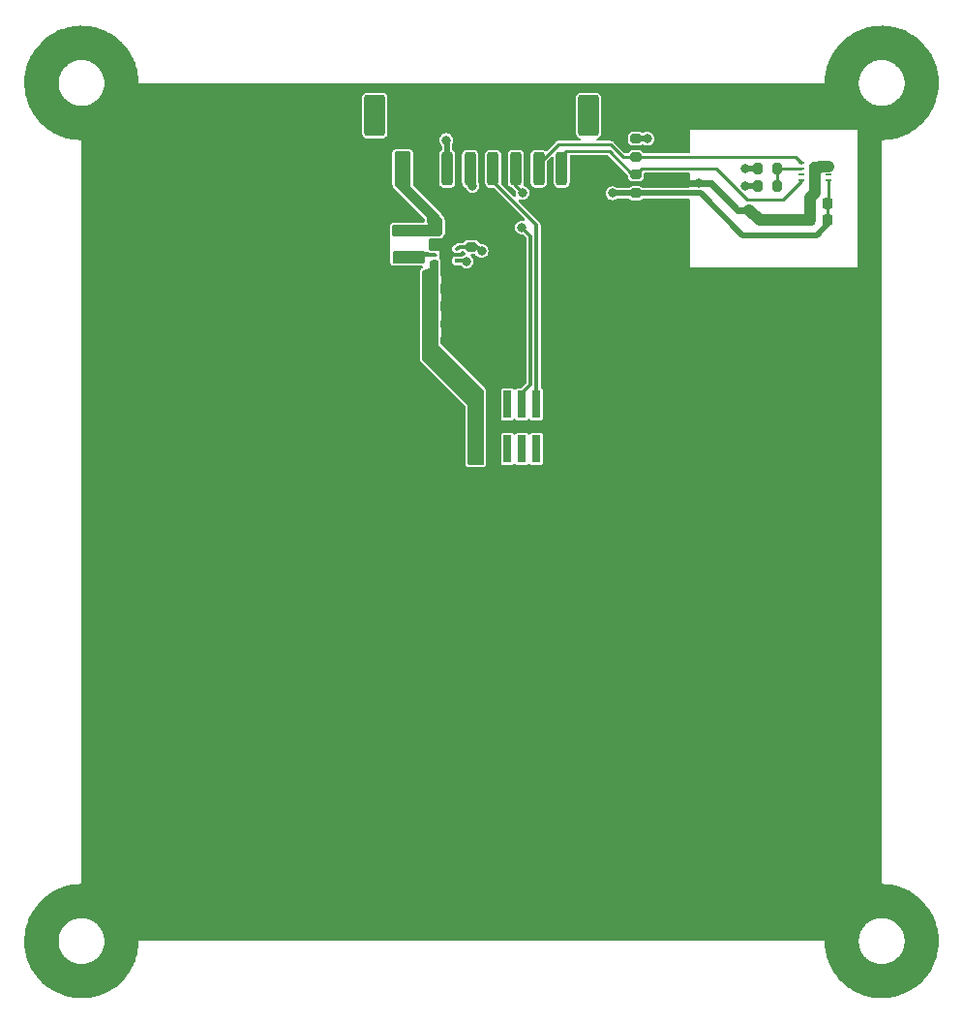
<source format=gbr>
%TF.GenerationSoftware,KiCad,Pcbnew,7.0.10*%
%TF.CreationDate,2024-04-10T17:33:26+08:00*%
%TF.ProjectId,solar_board_breakout,736f6c61-725f-4626-9f61-72645f627265,rev?*%
%TF.SameCoordinates,Original*%
%TF.FileFunction,Copper,L1,Top*%
%TF.FilePolarity,Positive*%
%FSLAX46Y46*%
G04 Gerber Fmt 4.6, Leading zero omitted, Abs format (unit mm)*
G04 Created by KiCad (PCBNEW 7.0.10) date 2024-04-10 17:33:26*
%MOMM*%
%LPD*%
G01*
G04 APERTURE LIST*
G04 Aperture macros list*
%AMRoundRect*
0 Rectangle with rounded corners*
0 $1 Rounding radius*
0 $2 $3 $4 $5 $6 $7 $8 $9 X,Y pos of 4 corners*
0 Add a 4 corners polygon primitive as box body*
4,1,4,$2,$3,$4,$5,$6,$7,$8,$9,$2,$3,0*
0 Add four circle primitives for the rounded corners*
1,1,$1+$1,$2,$3*
1,1,$1+$1,$4,$5*
1,1,$1+$1,$6,$7*
1,1,$1+$1,$8,$9*
0 Add four rect primitives between the rounded corners*
20,1,$1+$1,$2,$3,$4,$5,0*
20,1,$1+$1,$4,$5,$6,$7,0*
20,1,$1+$1,$6,$7,$8,$9,0*
20,1,$1+$1,$8,$9,$2,$3,0*%
%AMFreePoly0*
4,1,6,0.500000,-0.850000,-0.500000,-0.850000,-0.500000,0.550000,-0.200000,0.850000,0.500000,0.850000,0.500000,-0.850000,0.500000,-0.850000,$1*%
G04 Aperture macros list end*
%TA.AperFunction,SMDPad,CuDef*%
%ADD10RoundRect,0.225000X0.225000X0.250000X-0.225000X0.250000X-0.225000X-0.250000X0.225000X-0.250000X0*%
%TD*%
%TA.AperFunction,SMDPad,CuDef*%
%ADD11R,0.740000X2.400000*%
%TD*%
%TA.AperFunction,SMDPad,CuDef*%
%ADD12RoundRect,0.225000X-0.225000X-0.250000X0.225000X-0.250000X0.225000X0.250000X-0.225000X0.250000X0*%
%TD*%
%TA.AperFunction,SMDPad,CuDef*%
%ADD13RoundRect,0.200000X0.200000X0.275000X-0.200000X0.275000X-0.200000X-0.275000X0.200000X-0.275000X0*%
%TD*%
%TA.AperFunction,SMDPad,CuDef*%
%ADD14R,0.450000X0.350000*%
%TD*%
%TA.AperFunction,SMDPad,CuDef*%
%ADD15R,0.450000X0.250000*%
%TD*%
%TA.AperFunction,SMDPad,CuDef*%
%ADD16R,1.000000X1.800000*%
%TD*%
%TA.AperFunction,SMDPad,CuDef*%
%ADD17RoundRect,0.200000X-0.200000X-0.275000X0.200000X-0.275000X0.200000X0.275000X-0.200000X0.275000X0*%
%TD*%
%TA.AperFunction,SMDPad,CuDef*%
%ADD18RoundRect,0.200000X0.275000X-0.200000X0.275000X0.200000X-0.275000X0.200000X-0.275000X-0.200000X0*%
%TD*%
%TA.AperFunction,SMDPad,CuDef*%
%ADD19R,2.750000X1.000000*%
%TD*%
%TA.AperFunction,SMDPad,CuDef*%
%ADD20RoundRect,0.200000X-0.275000X0.200000X-0.275000X-0.200000X0.275000X-0.200000X0.275000X0.200000X0*%
%TD*%
%TA.AperFunction,SMDPad,CuDef*%
%ADD21RoundRect,0.250000X-0.250000X-1.200000X0.250000X-1.200000X0.250000X1.200000X-0.250000X1.200000X0*%
%TD*%
%TA.AperFunction,SMDPad,CuDef*%
%ADD22RoundRect,0.250000X-0.650000X-1.550000X0.650000X-1.550000X0.650000X1.550000X-0.650000X1.550000X0*%
%TD*%
%TA.AperFunction,SMDPad,CuDef*%
%ADD23R,0.550000X0.250000*%
%TD*%
%TA.AperFunction,SMDPad,CuDef*%
%ADD24FreePoly0,0.000000*%
%TD*%
%TA.AperFunction,ViaPad*%
%ADD25C,0.800000*%
%TD*%
%TA.AperFunction,Conductor*%
%ADD26C,0.500000*%
%TD*%
%TA.AperFunction,Conductor*%
%ADD27C,0.250000*%
%TD*%
%TA.AperFunction,Conductor*%
%ADD28C,0.300000*%
%TD*%
%TA.AperFunction,Conductor*%
%ADD29C,1.000000*%
%TD*%
%TA.AperFunction,Conductor*%
%ADD30C,0.600000*%
%TD*%
G04 APERTURE END LIST*
D10*
%TO.P,C5,1*%
%TO.N,3.3V*%
X144275000Y-87000000D03*
%TO.P,C5,2*%
%TO.N,GND*%
X142725000Y-87000000D03*
%TD*%
D11*
%TO.P,U1,1,VCC*%
%TO.N,+5VD*%
X113730000Y-103100000D03*
%TO.P,U1,2,VCC*%
X113730000Y-107000000D03*
%TO.P,U1,3,GND*%
%TO.N,GND*%
X115000000Y-103100000D03*
%TO.P,U1,4,GND*%
X115000000Y-107000000D03*
%TO.P,U1,5,RESET*%
%TO.N,unconnected-(U1-RESET-Pad5)*%
X116270000Y-103100000D03*
%TO.P,U1,6,NC*%
%TO.N,unconnected-(U1-NC-Pad6)*%
X116270000Y-107000000D03*
%TO.P,U1,7,RX*%
%TO.N,MCU_TXD*%
X117540000Y-103100000D03*
%TO.P,U1,8,NC*%
%TO.N,unconnected-(U1-NC-Pad8)*%
X117540000Y-107000000D03*
%TO.P,U1,9,TX*%
%TO.N,MCU_RXD*%
X118810000Y-103100000D03*
%TO.P,U1,10,SET*%
%TO.N,unconnected-(U1-SET-Pad10)*%
X118810000Y-107000000D03*
%TD*%
D12*
%TO.P,C2,1*%
%TO.N,+5VD*%
X109825000Y-95300000D03*
%TO.P,C2,2*%
%TO.N,GND*%
X111375000Y-95300000D03*
%TD*%
%TO.P,C3,1*%
%TO.N,VSYS*%
X110125000Y-87700000D03*
%TO.P,C3,2*%
%TO.N,GND*%
X111675000Y-87700000D03*
%TD*%
D13*
%TO.P,R3,1*%
%TO.N,Net-(U3-ADDR)*%
X139825000Y-84000000D03*
%TO.P,R3,2*%
%TO.N,GND*%
X138175000Y-84000000D03*
%TD*%
D14*
%TO.P,U2,1,BAT*%
%TO.N,VSYS*%
X111875000Y-90550000D03*
D15*
%TO.P,U2,2,GND*%
%TO.N,GND*%
X111875000Y-90000000D03*
%TO.P,U2,3,CE*%
%TO.N,PWR_EN*%
X111875000Y-89500000D03*
%TO.P,U2,4,GND*%
%TO.N,GND*%
X109925000Y-89500000D03*
%TO.P,U2,5,LX*%
%TO.N,Net-(U2-LX)*%
X109925000Y-90000000D03*
%TO.P,U2,6,VOUT*%
%TO.N,+5VD*%
X109925000Y-90500000D03*
D16*
%TO.P,U2,7,PAD*%
%TO.N,GND*%
X110900000Y-90000000D03*
%TD*%
D10*
%TO.P,C4,1*%
%TO.N,3.3V*%
X144275000Y-85500000D03*
%TO.P,C4,2*%
%TO.N,GND*%
X142725000Y-85500000D03*
%TD*%
D12*
%TO.P,C6,1*%
%TO.N,+5VD*%
X109800000Y-92200000D03*
%TO.P,C6,2*%
%TO.N,GND*%
X111350000Y-92200000D03*
%TD*%
%TO.P,C7,1*%
%TO.N,+5VD*%
X109800000Y-93710000D03*
%TO.P,C7,2*%
%TO.N,GND*%
X111350000Y-93710000D03*
%TD*%
D17*
%TO.P,R2,1*%
%TO.N,3.3V*%
X138175000Y-82500000D03*
%TO.P,R2,2*%
%TO.N,Net-(U3-ADDR)*%
X139825000Y-82500000D03*
%TD*%
D18*
%TO.P,R1,1*%
%TO.N,PWR_EN*%
X113100000Y-89325000D03*
%TO.P,R1,2*%
%TO.N,GND*%
X113100000Y-87675000D03*
%TD*%
D19*
%TO.P,L1,1,1*%
%TO.N,Net-(U2-LX)*%
X107600000Y-90250000D03*
%TO.P,L1,2,2*%
%TO.N,VSYS*%
X107600000Y-87950000D03*
%TD*%
D20*
%TO.P,R4,1*%
%TO.N,3.3V*%
X127500000Y-79850000D03*
%TO.P,R4,2*%
%TO.N,I2C_SDA*%
X127500000Y-81500000D03*
%TD*%
D18*
%TO.P,R5,1*%
%TO.N,3.3V*%
X127500000Y-84650000D03*
%TO.P,R5,2*%
%TO.N,I2C_SCL*%
X127500000Y-83000000D03*
%TD*%
D21*
%TO.P,J1,1,Pin_1*%
%TO.N,VSYS*%
X107000000Y-82500000D03*
%TO.P,J1,2,Pin_2*%
%TO.N,GND*%
X109000000Y-82500000D03*
%TO.P,J1,3,Pin_3*%
%TO.N,3.3V*%
X111000000Y-82500000D03*
%TO.P,J1,4,Pin_4*%
%TO.N,PWR_EN*%
X113000000Y-82500000D03*
%TO.P,J1,5,Pin_5*%
%TO.N,MCU_RXD*%
X115000000Y-82500000D03*
%TO.P,J1,6,Pin_6*%
%TO.N,MCU_TXD*%
X117000000Y-82500000D03*
%TO.P,J1,7,Pin_7*%
%TO.N,I2C_SDA*%
X119000000Y-82500000D03*
%TO.P,J1,8,Pin_8*%
%TO.N,I2C_SCL*%
X121000000Y-82500000D03*
D22*
%TO.P,J1,MP*%
%TO.N,N/C*%
X104650000Y-77850000D03*
X123350000Y-77850000D03*
%TD*%
D12*
%TO.P,C1,1*%
%TO.N,+5VD*%
X109825000Y-96800000D03*
%TO.P,C1,2*%
%TO.N,GND*%
X111375000Y-96800000D03*
%TD*%
D23*
%TO.P,U3,1,SDA*%
%TO.N,I2C_SDA*%
X142000000Y-82000000D03*
%TO.P,U3,2,ADDR*%
%TO.N,Net-(U3-ADDR)*%
X142000000Y-82500000D03*
%TO.P,U3,3,ALERT*%
%TO.N,unconnected-(U3-ALERT-Pad3)*%
X142000000Y-83000000D03*
%TO.P,U3,4,SCL*%
%TO.N,I2C_SCL*%
X142000000Y-83500000D03*
%TO.P,U3,5,VDD*%
%TO.N,3.3V*%
X144350000Y-83500000D03*
%TO.P,U3,6,~{RESET}*%
%TO.N,unconnected-(U3-~{RESET}-Pad6)*%
X144350000Y-83000000D03*
%TO.P,U3,7,R*%
%TO.N,GND*%
X144350000Y-82500000D03*
%TO.P,U3,8,VSS*%
X144350000Y-82000000D03*
D24*
%TO.P,U3,9,VSS*%
X143175000Y-82750000D03*
%TD*%
D25*
%TO.N,3.3V*%
X125450000Y-84650000D03*
X137100000Y-82500000D03*
X110900000Y-80000000D03*
X128500000Y-79900000D03*
%TO.N,GND*%
X111300000Y-86500000D03*
X113400000Y-99200000D03*
X110900000Y-90500000D03*
X130700000Y-83800000D03*
X110900000Y-89500000D03*
X112600000Y-97100000D03*
X131900000Y-83800000D03*
X114300000Y-100200000D03*
X129500000Y-83800000D03*
X112400000Y-86500000D03*
X112600000Y-93400000D03*
X133000000Y-83800000D03*
X114300000Y-88700000D03*
X112500000Y-98300000D03*
X113600000Y-86500000D03*
X115000000Y-101200000D03*
X112600000Y-95800000D03*
X137100000Y-84000000D03*
X137400000Y-86100000D03*
X112600000Y-94600000D03*
X114300000Y-87700000D03*
X112600000Y-92200000D03*
%TO.N,VSYS*%
X112700000Y-90600000D03*
X109300000Y-88000000D03*
%TO.N,PWR_EN*%
X113200000Y-84000000D03*
X114000000Y-89700000D03*
%TO.N,MCU_TXD*%
X117540000Y-87640000D03*
X117600000Y-84600000D03*
%TD*%
D26*
%TO.N,3.3V*%
X143300000Y-88300000D02*
X136800000Y-88300000D01*
X111000000Y-80100000D02*
X110900000Y-80000000D01*
X127500000Y-79850000D02*
X128450000Y-79850000D01*
X144275000Y-87000000D02*
X144275000Y-87325000D01*
D27*
X144350000Y-83500000D02*
X144350000Y-85425000D01*
D26*
X136800000Y-88300000D02*
X133150000Y-84650000D01*
X111000000Y-82500000D02*
X111000000Y-80100000D01*
X125400000Y-84600000D02*
X125450000Y-84650000D01*
D27*
X144275000Y-85500000D02*
X144275000Y-87000000D01*
D26*
X128450000Y-79850000D02*
X128500000Y-79900000D01*
X144275000Y-87325000D02*
X143300000Y-88300000D01*
X133150000Y-84650000D02*
X127500000Y-84650000D01*
X138175000Y-82500000D02*
X137100000Y-82500000D01*
X127500000Y-84650000D02*
X125450000Y-84650000D01*
D27*
X144350000Y-85425000D02*
X144275000Y-85500000D01*
D28*
%TO.N,GND*%
X111350000Y-97450000D02*
X115000000Y-101100000D01*
D29*
X137400000Y-86100000D02*
X138300000Y-87000000D01*
D27*
X144350000Y-82500000D02*
X144350000Y-82300000D01*
D29*
X142725000Y-85025000D02*
X142725000Y-85500000D01*
X138300000Y-87000000D02*
X142725000Y-87000000D01*
D27*
X144350000Y-82000000D02*
X143925000Y-82000000D01*
D29*
X143175000Y-82750000D02*
X143175000Y-84575000D01*
D28*
X111500000Y-87675000D02*
X111175000Y-88000000D01*
D30*
X136400000Y-86100000D02*
X134100000Y-83800000D01*
D29*
X143625000Y-82300000D02*
X143175000Y-82750000D01*
D28*
X110900000Y-90000000D02*
X110900000Y-91750000D01*
X109000000Y-82500000D02*
X109000000Y-84400000D01*
X109925000Y-89500000D02*
X110400000Y-89500000D01*
X111875000Y-90000000D02*
X110900000Y-90000000D01*
D27*
X144350000Y-82300000D02*
X144350000Y-82000000D01*
D28*
X115000000Y-101100000D02*
X115000000Y-107000000D01*
D29*
X143175000Y-84575000D02*
X142725000Y-85025000D01*
D28*
X110900000Y-88475000D02*
X111675000Y-87700000D01*
D29*
X144350000Y-82300000D02*
X143625000Y-82300000D01*
D28*
X111175000Y-86575000D02*
X111175000Y-88000000D01*
X110900000Y-90000000D02*
X110900000Y-88475000D01*
D26*
X138175000Y-84000000D02*
X137100000Y-84000000D01*
D28*
X113100000Y-87675000D02*
X111500000Y-87675000D01*
X109000000Y-84400000D02*
X111175000Y-86575000D01*
D30*
X134100000Y-83800000D02*
X129200000Y-83800000D01*
D28*
X111350000Y-92200000D02*
X111350000Y-97450000D01*
D30*
X137400000Y-86100000D02*
X136400000Y-86100000D01*
D29*
X142725000Y-85500000D02*
X142725000Y-87000000D01*
D28*
X110900000Y-91750000D02*
X111350000Y-92200000D01*
X110400000Y-89500000D02*
X110900000Y-90000000D01*
D27*
X143925000Y-82000000D02*
X143175000Y-82750000D01*
D28*
%TO.N,VSYS*%
X109625000Y-86625000D02*
X109625000Y-88000000D01*
X107000000Y-84000000D02*
X109625000Y-86625000D01*
X106425000Y-88000000D02*
X106400000Y-87975000D01*
X112650000Y-90550000D02*
X112700000Y-90600000D01*
X109625000Y-88000000D02*
X106425000Y-88000000D01*
X111875000Y-90550000D02*
X112650000Y-90550000D01*
X107000000Y-82500000D02*
X107000000Y-84000000D01*
D27*
X109300000Y-88000000D02*
X109250000Y-87950000D01*
X109250000Y-87950000D02*
X107000000Y-87950000D01*
D28*
%TO.N,PWR_EN*%
X113625000Y-89325000D02*
X114000000Y-89700000D01*
X113100000Y-89325000D02*
X112050000Y-89325000D01*
X113100000Y-89325000D02*
X113625000Y-89325000D01*
X112050000Y-89325000D02*
X111875000Y-89500000D01*
%TO.N,MCU_RXD*%
X118810000Y-103100000D02*
X118810000Y-87410000D01*
X115000000Y-83600000D02*
X115000000Y-82500000D01*
X118810000Y-87410000D02*
X115000000Y-83600000D01*
%TO.N,MCU_TXD*%
X117540000Y-102100000D02*
X118300000Y-101340000D01*
X117000000Y-82500000D02*
X117000000Y-84000000D01*
X117000000Y-84000000D02*
X117600000Y-84600000D01*
X118300000Y-101340000D02*
X118300000Y-88400000D01*
X117540000Y-103100000D02*
X117540000Y-102100000D01*
X117500000Y-87600000D02*
X117540000Y-87640000D01*
X118300000Y-88400000D02*
X117540000Y-87640000D01*
D27*
%TO.N,I2C_SDA*%
X125300000Y-80400000D02*
X126400000Y-81500000D01*
X126400000Y-81500000D02*
X127500000Y-81500000D01*
X141500000Y-81500000D02*
X142000000Y-82000000D01*
X119000000Y-82100000D02*
X120700000Y-80400000D01*
X127500000Y-81500000D02*
X141500000Y-81500000D01*
X120700000Y-80400000D02*
X125300000Y-80400000D01*
X119000000Y-82500000D02*
X119000000Y-82100000D01*
%TO.N,I2C_SCL*%
X127200000Y-83000000D02*
X127500000Y-83000000D01*
X142000000Y-83600000D02*
X140400000Y-85200000D01*
X142000000Y-83500000D02*
X142000000Y-83600000D01*
X121400000Y-81000000D02*
X125200000Y-81000000D01*
X128000000Y-82500000D02*
X127500000Y-83000000D01*
X134500000Y-82500000D02*
X128000000Y-82500000D01*
X121000000Y-81400000D02*
X121400000Y-81000000D01*
X125200000Y-81000000D02*
X127200000Y-83000000D01*
X140400000Y-85200000D02*
X137200000Y-85200000D01*
X121000000Y-82500000D02*
X121000000Y-81400000D01*
X137200000Y-85200000D02*
X134500000Y-82500000D01*
D28*
%TO.N,+5VD*%
X113730000Y-103100000D02*
X113730000Y-107000000D01*
X109825000Y-96800000D02*
X109825000Y-99195000D01*
X109800000Y-92200000D02*
X109800000Y-96775000D01*
X109925000Y-90700000D02*
X109925000Y-92075000D01*
X109925000Y-92075000D02*
X109800000Y-92200000D01*
X109825000Y-99195000D02*
X113730000Y-103100000D01*
X109800000Y-96775000D02*
X109825000Y-96800000D01*
%TO.N,Net-(U2-LX)*%
X109925000Y-90000000D02*
X107250000Y-90000000D01*
D27*
%TO.N,Net-(U3-ADDR)*%
X139825000Y-84000000D02*
X139825000Y-82500000D01*
X142000000Y-82500000D02*
X139825000Y-82500000D01*
%TD*%
%TA.AperFunction,Conductor*%
%TO.N,Net-(U2-LX)*%
G36*
X108943039Y-89719685D02*
G01*
X108988794Y-89772489D01*
X108993327Y-89793327D01*
X109000000Y-89800000D01*
X109318488Y-89800000D01*
X109379020Y-89815778D01*
X109399063Y-89826990D01*
X109466102Y-89846675D01*
X109524000Y-89855000D01*
X109928502Y-89855000D01*
X109967529Y-89861512D01*
X109967558Y-89861416D01*
X109968333Y-89861646D01*
X109968766Y-89861719D01*
X109970013Y-89862147D01*
X109970017Y-89862148D01*
X109970020Y-89862149D01*
X110005396Y-89871107D01*
X110005127Y-89872166D01*
X110062963Y-89903138D01*
X110096947Y-89964186D01*
X110100000Y-89991531D01*
X110100000Y-90050500D01*
X110080315Y-90117539D01*
X110027511Y-90163294D01*
X109976000Y-90174500D01*
X109680247Y-90174500D01*
X109621770Y-90186131D01*
X109611081Y-90190560D01*
X109563626Y-90200000D01*
X109000000Y-90200000D01*
X109000000Y-90643740D01*
X108980315Y-90710779D01*
X108927511Y-90756534D01*
X108858353Y-90766478D01*
X108841064Y-90762717D01*
X108809085Y-90753326D01*
X108808436Y-90753232D01*
X108751180Y-90745000D01*
X108751176Y-90745000D01*
X106354000Y-90745000D01*
X106286961Y-90725315D01*
X106241206Y-90672511D01*
X106230000Y-90621000D01*
X106230000Y-89824000D01*
X106249685Y-89756961D01*
X106302489Y-89711206D01*
X106354000Y-89700000D01*
X108876000Y-89700000D01*
X108943039Y-89719685D01*
G37*
%TD.AperFunction*%
%TD*%
%TA.AperFunction,Conductor*%
%TO.N,+5VD*%
G36*
X110142539Y-90519685D02*
G01*
X110188294Y-90572489D01*
X110199500Y-90624000D01*
X110199500Y-90920747D01*
X110200000Y-90930915D01*
X110200000Y-97900000D01*
X114163681Y-101863681D01*
X114197166Y-101925004D01*
X114200000Y-101951362D01*
X114200000Y-108276000D01*
X114180315Y-108343039D01*
X114127511Y-108388794D01*
X114076000Y-108400000D01*
X112924000Y-108400000D01*
X112856961Y-108380315D01*
X112811206Y-108327511D01*
X112800000Y-108276000D01*
X112800000Y-103200000D01*
X108836319Y-99236319D01*
X108802834Y-99174996D01*
X108800000Y-99148638D01*
X108800000Y-91493533D01*
X108819685Y-91426494D01*
X108872489Y-91380739D01*
X108889931Y-91374305D01*
X109500000Y-91200000D01*
X109500000Y-90624000D01*
X109519685Y-90556961D01*
X109572489Y-90511206D01*
X109624000Y-90500000D01*
X110075500Y-90500000D01*
X110142539Y-90519685D01*
G37*
%TD.AperFunction*%
%TD*%
%TA.AperFunction,Conductor*%
%TO.N,VSYS*%
G36*
X107743039Y-81019685D02*
G01*
X107788794Y-81072489D01*
X107800000Y-81124000D01*
X107800000Y-84000000D01*
X110294735Y-86594524D01*
X110304549Y-86606066D01*
X110450000Y-86799999D01*
X110575200Y-86966933D01*
X110599676Y-87032375D01*
X110600000Y-87041333D01*
X110600000Y-88062456D01*
X110580315Y-88129495D01*
X110579174Y-88131239D01*
X110436811Y-88344783D01*
X110383246Y-88389644D01*
X110333637Y-88400000D01*
X106324000Y-88400000D01*
X106256961Y-88380315D01*
X106211206Y-88327511D01*
X106200000Y-88276000D01*
X106200000Y-87524000D01*
X106219685Y-87456961D01*
X106272489Y-87411206D01*
X106324000Y-87400000D01*
X109300000Y-87400000D01*
X109300000Y-87399999D01*
X109227822Y-86966933D01*
X109200000Y-86800000D01*
X106496552Y-84000000D01*
X106434794Y-83936036D01*
X106402390Y-83874135D01*
X106400000Y-83849906D01*
X106400000Y-81124000D01*
X106419685Y-81056961D01*
X106472489Y-81011206D01*
X106524000Y-81000000D01*
X107676000Y-81000000D01*
X107743039Y-81019685D01*
G37*
%TD.AperFunction*%
%TD*%
%TA.AperFunction,Conductor*%
%TO.N,GND*%
G36*
X149070115Y-70003561D02*
G01*
X149302504Y-70013707D01*
X149306110Y-70013920D01*
X149502242Y-70028479D01*
X149509146Y-70029189D01*
X149739374Y-70059499D01*
X149743168Y-70060061D01*
X149937531Y-70092027D01*
X149944231Y-70093319D01*
X150170584Y-70143501D01*
X150174548Y-70144450D01*
X150365579Y-70193619D01*
X150371935Y-70195437D01*
X150505019Y-70237398D01*
X150592777Y-70265069D01*
X150596938Y-70266463D01*
X150640216Y-70281812D01*
X150783024Y-70332463D01*
X150788973Y-70334747D01*
X151002716Y-70423282D01*
X151006902Y-70425108D01*
X151186615Y-70507473D01*
X151192185Y-70510197D01*
X151397195Y-70616919D01*
X151401407Y-70619216D01*
X151573197Y-70717271D01*
X151578353Y-70720382D01*
X151654828Y-70769101D01*
X151773226Y-70844529D01*
X151777351Y-70847276D01*
X151939829Y-70960249D01*
X151944526Y-70963681D01*
X152127758Y-71104280D01*
X152131821Y-71107535D01*
X152283687Y-71234540D01*
X152287911Y-71238239D01*
X152458134Y-71394220D01*
X152462042Y-71397961D01*
X152602037Y-71537956D01*
X152605778Y-71541864D01*
X152761759Y-71712087D01*
X152765458Y-71716311D01*
X152892463Y-71868177D01*
X152895718Y-71872240D01*
X153036317Y-72055472D01*
X153039749Y-72060169D01*
X153152709Y-72222628D01*
X153155482Y-72226792D01*
X153279616Y-72421645D01*
X153282727Y-72426801D01*
X153380782Y-72598591D01*
X153383079Y-72602803D01*
X153489795Y-72807802D01*
X153492531Y-72813396D01*
X153574885Y-72993085D01*
X153576721Y-72997295D01*
X153665240Y-73210998D01*
X153667546Y-73217002D01*
X153733535Y-73403060D01*
X153734929Y-73407221D01*
X153804557Y-73628051D01*
X153806382Y-73634430D01*
X153855535Y-73825397D01*
X153856510Y-73829468D01*
X153906677Y-74055761D01*
X153907972Y-74062475D01*
X153939926Y-74256758D01*
X153940509Y-74260697D01*
X153970803Y-74490801D01*
X153971524Y-74497807D01*
X153986073Y-74693807D01*
X153986295Y-74697577D01*
X153996436Y-74929839D01*
X153996540Y-74937086D01*
X153993634Y-75133125D01*
X153993530Y-75136695D01*
X153983369Y-75369444D01*
X153982820Y-75376876D01*
X153962574Y-75571351D01*
X153962180Y-75574697D01*
X153931701Y-75806201D01*
X153930468Y-75813755D01*
X153893153Y-76005053D01*
X153892508Y-76008152D01*
X153841828Y-76236754D01*
X153839884Y-76244369D01*
X153785929Y-76430909D01*
X153785073Y-76433742D01*
X153714446Y-76657743D01*
X153711773Y-76665351D01*
X153641769Y-76845586D01*
X153640742Y-76848144D01*
X153550540Y-77065909D01*
X153547124Y-77073437D01*
X153461825Y-77245871D01*
X153460669Y-77248147D01*
X153351364Y-77458118D01*
X153347198Y-77465494D01*
X153247587Y-77628587D01*
X153246345Y-77630579D01*
X153118473Y-77831298D01*
X153113558Y-77838447D01*
X153000699Y-77990915D01*
X152999409Y-77992628D01*
X152853661Y-78182569D01*
X152848007Y-78189415D01*
X152723249Y-78329916D01*
X152721949Y-78331356D01*
X152558969Y-78509217D01*
X152552592Y-78515685D01*
X152417537Y-78642963D01*
X152416265Y-78644144D01*
X152236682Y-78808702D01*
X152229604Y-78814717D01*
X152086161Y-78927625D01*
X152084953Y-78928564D01*
X151889303Y-79078692D01*
X151881557Y-79084178D01*
X151731784Y-79181863D01*
X151730668Y-79182581D01*
X151519515Y-79317101D01*
X151511141Y-79321987D01*
X151358025Y-79403465D01*
X151357031Y-79403988D01*
X151130178Y-79522080D01*
X151121221Y-79526297D01*
X150968577Y-79590853D01*
X150967730Y-79591208D01*
X150724316Y-79692033D01*
X150714832Y-79695516D01*
X150568704Y-79742518D01*
X150568022Y-79742735D01*
X150305042Y-79825652D01*
X150295092Y-79828340D01*
X150167022Y-79857286D01*
X150166523Y-79857398D01*
X149875648Y-79921883D01*
X149865299Y-79923721D01*
X149786012Y-79934359D01*
X149785709Y-79934399D01*
X149441104Y-79979768D01*
X149430327Y-79980711D01*
X149003667Y-79999339D01*
X148999573Y-79999426D01*
X148999500Y-79999500D01*
X148999500Y-145000500D01*
X148999586Y-145000586D01*
X149003851Y-145000667D01*
X149430348Y-145019289D01*
X149441084Y-145020229D01*
X149785670Y-145065594D01*
X149785956Y-145065721D01*
X149785968Y-145065634D01*
X149865305Y-145076278D01*
X149875639Y-145078113D01*
X150166834Y-145142669D01*
X150295111Y-145171663D01*
X150305036Y-145174344D01*
X150568191Y-145257317D01*
X150568452Y-145257400D01*
X150714844Y-145304486D01*
X150724297Y-145307958D01*
X150967977Y-145408893D01*
X150968416Y-145409077D01*
X151121239Y-145473709D01*
X151130162Y-145477910D01*
X151357215Y-145596107D01*
X151357840Y-145596436D01*
X151511158Y-145678021D01*
X151519502Y-145682889D01*
X151709006Y-145803617D01*
X151730668Y-145817417D01*
X151731720Y-145818094D01*
X151881573Y-145915831D01*
X151889303Y-145921306D01*
X152084953Y-146071434D01*
X152086098Y-146072324D01*
X152229626Y-146185299D01*
X152236682Y-146191296D01*
X152416265Y-146355854D01*
X152417537Y-146357035D01*
X152552592Y-146484313D01*
X152558969Y-146490781D01*
X152721949Y-146668642D01*
X152723249Y-146670082D01*
X152848007Y-146810583D01*
X152853661Y-146817429D01*
X152999447Y-147007420D01*
X153000699Y-147009083D01*
X153113558Y-147161551D01*
X153118473Y-147168700D01*
X153246345Y-147369419D01*
X153247587Y-147371411D01*
X153347198Y-147534504D01*
X153351364Y-147541880D01*
X153460669Y-147751851D01*
X153461825Y-147754127D01*
X153547124Y-147926561D01*
X153550540Y-147934089D01*
X153640742Y-148151854D01*
X153641744Y-148154351D01*
X153711777Y-148334660D01*
X153714446Y-148342255D01*
X153785073Y-148566256D01*
X153785929Y-148569089D01*
X153839884Y-148755629D01*
X153841828Y-148763244D01*
X153892508Y-148991846D01*
X153893153Y-148994945D01*
X153930468Y-149186243D01*
X153931701Y-149193797D01*
X153962180Y-149425301D01*
X153962574Y-149428647D01*
X153982820Y-149623122D01*
X153983369Y-149630554D01*
X153993530Y-149863303D01*
X153993634Y-149866873D01*
X153996540Y-150062912D01*
X153996436Y-150070159D01*
X153986295Y-150302421D01*
X153986073Y-150306191D01*
X153971524Y-150502191D01*
X153970803Y-150509197D01*
X153940509Y-150739301D01*
X153939926Y-150743240D01*
X153907972Y-150937523D01*
X153906677Y-150944237D01*
X153856510Y-151170530D01*
X153855535Y-151174601D01*
X153806382Y-151365568D01*
X153804557Y-151371947D01*
X153734929Y-151592777D01*
X153733535Y-151596938D01*
X153667546Y-151782996D01*
X153665240Y-151789000D01*
X153576721Y-152002703D01*
X153574885Y-152006913D01*
X153492531Y-152186602D01*
X153489795Y-152192196D01*
X153383079Y-152397195D01*
X153380782Y-152401407D01*
X153282727Y-152573197D01*
X153279616Y-152578353D01*
X153155482Y-152773206D01*
X153152709Y-152777370D01*
X153039749Y-152939829D01*
X153036317Y-152944526D01*
X152895718Y-153127758D01*
X152892463Y-153131821D01*
X152765458Y-153283687D01*
X152761759Y-153287911D01*
X152605778Y-153458134D01*
X152602037Y-153462042D01*
X152462042Y-153602037D01*
X152458134Y-153605778D01*
X152287911Y-153761759D01*
X152283687Y-153765458D01*
X152131821Y-153892463D01*
X152127758Y-153895718D01*
X151944526Y-154036317D01*
X151939829Y-154039749D01*
X151777370Y-154152709D01*
X151773206Y-154155482D01*
X151578353Y-154279616D01*
X151573197Y-154282727D01*
X151401407Y-154380782D01*
X151397195Y-154383079D01*
X151192196Y-154489795D01*
X151186602Y-154492531D01*
X151006913Y-154574885D01*
X151002703Y-154576721D01*
X150789000Y-154665240D01*
X150782996Y-154667546D01*
X150596938Y-154733535D01*
X150592777Y-154734929D01*
X150371947Y-154804557D01*
X150365568Y-154806382D01*
X150174601Y-154855535D01*
X150170530Y-154856510D01*
X149944237Y-154906677D01*
X149937523Y-154907972D01*
X149743240Y-154939926D01*
X149739301Y-154940509D01*
X149509197Y-154970803D01*
X149502191Y-154971524D01*
X149306191Y-154986073D01*
X149302421Y-154986295D01*
X149070159Y-154996436D01*
X149062912Y-154996540D01*
X148866873Y-154993634D01*
X148863303Y-154993530D01*
X148630554Y-154983369D01*
X148623122Y-154982820D01*
X148428647Y-154962574D01*
X148425301Y-154962180D01*
X148193797Y-154931701D01*
X148186243Y-154930468D01*
X147994945Y-154893153D01*
X147991846Y-154892508D01*
X147763244Y-154841828D01*
X147755629Y-154839884D01*
X147569089Y-154785929D01*
X147566256Y-154785073D01*
X147342255Y-154714446D01*
X147334660Y-154711777D01*
X147154351Y-154641744D01*
X147151854Y-154640742D01*
X146934089Y-154550540D01*
X146926561Y-154547124D01*
X146754127Y-154461825D01*
X146751851Y-154460669D01*
X146541880Y-154351364D01*
X146534504Y-154347198D01*
X146371411Y-154247587D01*
X146369419Y-154246345D01*
X146168700Y-154118473D01*
X146161551Y-154113558D01*
X146009083Y-154000699D01*
X146007420Y-153999447D01*
X145867996Y-153892463D01*
X145817429Y-153853661D01*
X145810583Y-153848007D01*
X145670082Y-153723249D01*
X145668642Y-153721949D01*
X145490781Y-153558969D01*
X145484313Y-153552592D01*
X145357035Y-153417537D01*
X145355854Y-153416265D01*
X145191296Y-153236682D01*
X145185299Y-153229626D01*
X145072324Y-153086098D01*
X145071434Y-153084953D01*
X144921306Y-152889303D01*
X144915831Y-152881573D01*
X144818094Y-152731720D01*
X144817417Y-152730668D01*
X144791079Y-152689326D01*
X144682889Y-152519502D01*
X144678021Y-152511158D01*
X144596436Y-152357840D01*
X144596107Y-152357215D01*
X144477910Y-152130162D01*
X144473709Y-152121239D01*
X144409077Y-151968416D01*
X144408893Y-151967977D01*
X144307958Y-151724297D01*
X144304486Y-151714844D01*
X144257400Y-151568452D01*
X144257317Y-151568191D01*
X144174344Y-151305036D01*
X144171663Y-151295111D01*
X144142669Y-151166834D01*
X144078113Y-150875639D01*
X144076278Y-150865305D01*
X144065633Y-150785962D01*
X144065594Y-150785665D01*
X144054293Y-150699824D01*
X144020229Y-150441084D01*
X144019289Y-150430348D01*
X144000671Y-150003946D01*
X144000599Y-150000001D01*
X146994390Y-150000001D01*
X146997367Y-150041635D01*
X147002099Y-150107793D01*
X147002232Y-150109645D01*
X147002548Y-150118491D01*
X147002548Y-150142860D01*
X147006016Y-150166981D01*
X147006962Y-150175782D01*
X147014804Y-150285428D01*
X147014805Y-150285435D01*
X147038168Y-150392834D01*
X147039739Y-150401539D01*
X147043210Y-150425675D01*
X147050077Y-150449065D01*
X147052264Y-150457635D01*
X147075630Y-150565046D01*
X147075631Y-150565047D01*
X147114046Y-150668044D01*
X147116840Y-150676438D01*
X147123706Y-150699820D01*
X147123708Y-150699824D01*
X147133827Y-150721983D01*
X147137213Y-150730157D01*
X147175632Y-150833159D01*
X147175635Y-150833166D01*
X147228314Y-150929640D01*
X147232275Y-150937553D01*
X147242398Y-150959719D01*
X147242401Y-150959724D01*
X147255572Y-150980219D01*
X147260087Y-150987829D01*
X147312773Y-151084314D01*
X147312776Y-151084318D01*
X147378650Y-151172316D01*
X147383697Y-151179584D01*
X147396873Y-151200086D01*
X147396876Y-151200089D01*
X147396883Y-151200098D01*
X147412834Y-151218507D01*
X147418388Y-151225399D01*
X147484254Y-151313387D01*
X147484260Y-151313393D01*
X147484261Y-151313395D01*
X147561991Y-151391125D01*
X147568012Y-151397593D01*
X147583972Y-151416012D01*
X147583976Y-151416015D01*
X147583980Y-151416020D01*
X147602416Y-151431995D01*
X147608863Y-151437997D01*
X147686605Y-151515739D01*
X147774635Y-151581637D01*
X147781482Y-151587156D01*
X147799911Y-151603124D01*
X147799914Y-151603127D01*
X147799921Y-151603132D01*
X147820414Y-151616302D01*
X147827686Y-151621351D01*
X147915682Y-151687224D01*
X147915690Y-151687229D01*
X148012166Y-151739909D01*
X148019769Y-151744420D01*
X148040278Y-151757600D01*
X148062452Y-151767726D01*
X148070342Y-151771675D01*
X148166839Y-151824367D01*
X148269851Y-151862788D01*
X148277998Y-151866163D01*
X148300179Y-151876293D01*
X148320480Y-151882254D01*
X148323552Y-151883156D01*
X148331951Y-151885951D01*
X148348589Y-151892156D01*
X148434954Y-151924369D01*
X148542364Y-151947734D01*
X148550921Y-151949917D01*
X148574326Y-151956790D01*
X148598483Y-151960263D01*
X148607122Y-151961821D01*
X148714572Y-151985196D01*
X148824241Y-151993039D01*
X148833001Y-151993981D01*
X148857137Y-151997451D01*
X148857138Y-151997452D01*
X148881507Y-151997452D01*
X148890353Y-151997768D01*
X148999999Y-152005610D01*
X149000000Y-152005610D01*
X149000001Y-152005610D01*
X149109647Y-151997768D01*
X149118493Y-151997452D01*
X149142862Y-151997452D01*
X149144503Y-151997215D01*
X149167022Y-151993978D01*
X149175727Y-151993041D01*
X149285428Y-151985196D01*
X149392872Y-151961822D01*
X149401516Y-151960263D01*
X149425674Y-151956790D01*
X149449078Y-151949917D01*
X149457595Y-151947743D01*
X149565046Y-151924369D01*
X149668067Y-151885943D01*
X149676415Y-151883165D01*
X149699821Y-151876293D01*
X149722006Y-151866161D01*
X149730139Y-151862792D01*
X149833161Y-151824367D01*
X149833165Y-151824364D01*
X149833171Y-151824362D01*
X149881590Y-151797922D01*
X149929646Y-151771681D01*
X149937524Y-151767737D01*
X149959722Y-151757600D01*
X149980234Y-151744417D01*
X149987812Y-151739920D01*
X150084315Y-151687226D01*
X150172344Y-151621327D01*
X150179560Y-151616318D01*
X150200086Y-151603127D01*
X150218527Y-151587146D01*
X150225371Y-151581632D01*
X150313395Y-151515739D01*
X150391139Y-151437994D01*
X150397575Y-151432001D01*
X150416020Y-151416020D01*
X150432001Y-151397575D01*
X150437994Y-151391139D01*
X150515739Y-151313395D01*
X150581632Y-151225371D01*
X150587146Y-151218527D01*
X150603127Y-151200086D01*
X150616318Y-151179560D01*
X150621327Y-151172344D01*
X150687226Y-151084315D01*
X150739920Y-150987812D01*
X150744417Y-150980234D01*
X150757600Y-150959722D01*
X150767738Y-150937523D01*
X150771687Y-150929636D01*
X150824362Y-150833171D01*
X150824368Y-150833158D01*
X150842082Y-150785665D01*
X150862792Y-150730139D01*
X150866161Y-150722006D01*
X150876293Y-150699821D01*
X150883165Y-150676415D01*
X150885943Y-150668067D01*
X150924369Y-150565046D01*
X150947743Y-150457595D01*
X150949917Y-150449078D01*
X150956790Y-150425674D01*
X150960263Y-150401516D01*
X150961822Y-150392872D01*
X150985196Y-150285428D01*
X150993040Y-150175752D01*
X150993980Y-150167004D01*
X150997452Y-150142861D01*
X150998077Y-150107793D01*
X150998370Y-150101225D01*
X151005610Y-150000000D01*
X150998370Y-149898777D01*
X150998077Y-149892203D01*
X150997452Y-149857139D01*
X150997451Y-149857135D01*
X150996842Y-149852899D01*
X150993981Y-149833004D01*
X150993039Y-149824241D01*
X150985196Y-149714572D01*
X150961821Y-149607122D01*
X150960263Y-149598483D01*
X150956790Y-149574326D01*
X150949917Y-149550921D01*
X150947733Y-149542358D01*
X150924369Y-149434954D01*
X150885951Y-149331951D01*
X150883156Y-149323552D01*
X150876295Y-149300187D01*
X150876293Y-149300179D01*
X150866163Y-149277998D01*
X150862784Y-149269840D01*
X150824367Y-149166839D01*
X150771675Y-149070342D01*
X150767726Y-149062452D01*
X150757600Y-149040278D01*
X150744419Y-149019768D01*
X150739909Y-149012166D01*
X150687229Y-148915690D01*
X150687224Y-148915682D01*
X150621351Y-148827686D01*
X150616302Y-148820414D01*
X150603132Y-148799921D01*
X150603127Y-148799914D01*
X150587156Y-148781482D01*
X150581637Y-148774635D01*
X150515739Y-148686605D01*
X150437997Y-148608863D01*
X150431995Y-148602416D01*
X150416020Y-148583980D01*
X150416015Y-148583976D01*
X150416012Y-148583972D01*
X150397593Y-148568012D01*
X150391125Y-148561991D01*
X150313395Y-148484261D01*
X150313393Y-148484260D01*
X150313387Y-148484254D01*
X150225399Y-148418388D01*
X150218507Y-148412834D01*
X150200098Y-148396883D01*
X150200093Y-148396879D01*
X150200086Y-148396873D01*
X150185911Y-148387763D01*
X150179584Y-148383697D01*
X150172316Y-148378650D01*
X150084318Y-148312776D01*
X150084314Y-148312773D01*
X149987829Y-148260087D01*
X149980219Y-148255572D01*
X149959724Y-148242401D01*
X149959719Y-148242398D01*
X149937553Y-148232275D01*
X149929640Y-148228314D01*
X149833166Y-148175635D01*
X149833159Y-148175632D01*
X149730157Y-148137213D01*
X149721983Y-148133827D01*
X149699824Y-148123708D01*
X149699820Y-148123706D01*
X149676438Y-148116840D01*
X149668044Y-148114046D01*
X149565047Y-148075631D01*
X149565046Y-148075630D01*
X149457635Y-148052264D01*
X149449065Y-148050077D01*
X149425675Y-148043210D01*
X149401539Y-148039739D01*
X149392834Y-148038168D01*
X149285435Y-148014805D01*
X149285428Y-148014804D01*
X149175782Y-148006962D01*
X149166983Y-148006016D01*
X149142861Y-148002548D01*
X149142860Y-148002548D01*
X149118493Y-148002548D01*
X149109647Y-148002232D01*
X149000001Y-147994390D01*
X148999999Y-147994390D01*
X148890353Y-148002232D01*
X148881507Y-148002548D01*
X148857135Y-148002548D01*
X148833015Y-148006016D01*
X148824216Y-148006962D01*
X148714571Y-148014804D01*
X148714564Y-148014805D01*
X148607157Y-148038170D01*
X148598449Y-148039741D01*
X148574335Y-148043208D01*
X148574325Y-148043210D01*
X148550935Y-148050077D01*
X148542368Y-148052263D01*
X148434950Y-148075631D01*
X148434947Y-148075632D01*
X148331956Y-148114045D01*
X148323565Y-148116838D01*
X148300181Y-148123705D01*
X148278001Y-148133834D01*
X148269827Y-148137219D01*
X148166845Y-148175630D01*
X148166831Y-148175636D01*
X148070360Y-148228312D01*
X148062455Y-148232270D01*
X148040277Y-148242400D01*
X148019768Y-148255579D01*
X148012163Y-148260091D01*
X147915688Y-148312771D01*
X147827673Y-148378656D01*
X147820411Y-148383698D01*
X147799914Y-148396872D01*
X147781493Y-148412833D01*
X147774605Y-148418383D01*
X147686619Y-148484249D01*
X147686604Y-148484262D01*
X147608873Y-148561991D01*
X147602399Y-148568018D01*
X147583979Y-148583979D01*
X147568018Y-148602399D01*
X147561991Y-148608873D01*
X147484262Y-148686604D01*
X147484249Y-148686619D01*
X147418383Y-148774605D01*
X147412833Y-148781493D01*
X147396872Y-148799914D01*
X147383698Y-148820411D01*
X147378656Y-148827673D01*
X147312771Y-148915688D01*
X147260091Y-149012163D01*
X147255579Y-149019768D01*
X147242400Y-149040277D01*
X147232270Y-149062455D01*
X147228312Y-149070360D01*
X147175636Y-149166831D01*
X147175630Y-149166845D01*
X147137219Y-149269827D01*
X147133834Y-149278001D01*
X147123705Y-149300181D01*
X147116838Y-149323565D01*
X147114045Y-149331956D01*
X147075632Y-149434947D01*
X147075631Y-149434950D01*
X147052263Y-149542368D01*
X147050077Y-149550935D01*
X147043210Y-149574325D01*
X147043208Y-149574335D01*
X147039741Y-149598449D01*
X147038170Y-149607157D01*
X147014805Y-149714564D01*
X147014804Y-149714571D01*
X147006962Y-149824216D01*
X147006016Y-149833015D01*
X147002548Y-149857135D01*
X147002548Y-149881507D01*
X147002232Y-149890353D01*
X146994390Y-149999999D01*
X146994390Y-150000001D01*
X144000599Y-150000001D01*
X144000592Y-149999592D01*
X144000500Y-149999500D01*
X144000099Y-149999500D01*
X84000500Y-149999500D01*
X83999500Y-149999500D01*
X83999421Y-149999578D01*
X83999336Y-150003738D01*
X83980711Y-150430327D01*
X83979768Y-150441103D01*
X83934405Y-150785665D01*
X83934365Y-150785970D01*
X83923721Y-150865300D01*
X83921883Y-150875648D01*
X83857398Y-151166523D01*
X83857286Y-151167022D01*
X83828340Y-151295092D01*
X83825652Y-151305042D01*
X83742735Y-151568022D01*
X83742518Y-151568704D01*
X83695516Y-151714832D01*
X83692033Y-151724316D01*
X83591208Y-151967730D01*
X83590853Y-151968577D01*
X83526297Y-152121221D01*
X83522080Y-152130178D01*
X83403988Y-152357031D01*
X83403465Y-152358025D01*
X83321987Y-152511141D01*
X83317101Y-152519515D01*
X83182581Y-152730668D01*
X83181863Y-152731784D01*
X83084178Y-152881557D01*
X83078692Y-152889303D01*
X82928564Y-153084953D01*
X82927625Y-153086161D01*
X82814717Y-153229604D01*
X82808702Y-153236682D01*
X82644144Y-153416265D01*
X82642963Y-153417537D01*
X82515685Y-153552592D01*
X82509217Y-153558969D01*
X82331356Y-153721949D01*
X82329916Y-153723249D01*
X82189415Y-153848007D01*
X82182569Y-153853661D01*
X81992628Y-153999409D01*
X81990915Y-154000699D01*
X81838447Y-154113558D01*
X81831298Y-154118473D01*
X81630579Y-154246345D01*
X81628587Y-154247587D01*
X81465494Y-154347198D01*
X81458118Y-154351364D01*
X81248147Y-154460669D01*
X81245871Y-154461825D01*
X81073437Y-154547124D01*
X81065909Y-154550540D01*
X80848144Y-154640742D01*
X80845586Y-154641769D01*
X80665351Y-154711773D01*
X80657743Y-154714446D01*
X80433742Y-154785073D01*
X80430909Y-154785929D01*
X80244369Y-154839884D01*
X80236754Y-154841828D01*
X80008152Y-154892508D01*
X80005053Y-154893153D01*
X79813755Y-154930468D01*
X79806201Y-154931701D01*
X79574697Y-154962180D01*
X79571351Y-154962574D01*
X79376876Y-154982820D01*
X79369444Y-154983369D01*
X79136695Y-154993530D01*
X79133125Y-154993634D01*
X78937086Y-154996540D01*
X78929839Y-154996436D01*
X78697577Y-154986295D01*
X78693807Y-154986073D01*
X78497807Y-154971524D01*
X78490801Y-154970803D01*
X78260697Y-154940509D01*
X78256758Y-154939926D01*
X78062475Y-154907972D01*
X78055761Y-154906677D01*
X77829468Y-154856510D01*
X77825397Y-154855535D01*
X77634430Y-154806382D01*
X77628051Y-154804557D01*
X77407221Y-154734929D01*
X77403060Y-154733535D01*
X77217002Y-154667546D01*
X77210998Y-154665240D01*
X76997295Y-154576721D01*
X76993085Y-154574885D01*
X76813396Y-154492531D01*
X76807802Y-154489795D01*
X76602803Y-154383079D01*
X76598591Y-154380782D01*
X76426801Y-154282727D01*
X76421645Y-154279616D01*
X76226792Y-154155482D01*
X76222628Y-154152709D01*
X76060169Y-154039749D01*
X76055472Y-154036317D01*
X75872240Y-153895718D01*
X75868177Y-153892463D01*
X75716311Y-153765458D01*
X75712087Y-153761759D01*
X75541864Y-153605778D01*
X75537956Y-153602037D01*
X75397961Y-153462042D01*
X75394220Y-153458134D01*
X75238239Y-153287911D01*
X75234540Y-153283687D01*
X75107535Y-153131821D01*
X75104280Y-153127758D01*
X74963681Y-152944526D01*
X74960249Y-152939829D01*
X74847276Y-152777351D01*
X74844529Y-152773226D01*
X74720382Y-152578353D01*
X74717271Y-152573197D01*
X74619216Y-152401407D01*
X74616919Y-152397195D01*
X74510197Y-152192185D01*
X74507467Y-152186602D01*
X74490841Y-152150326D01*
X74425108Y-152006902D01*
X74423277Y-152002703D01*
X74334747Y-151788973D01*
X74332463Y-151783024D01*
X74281812Y-151640216D01*
X74266463Y-151596938D01*
X74265069Y-151592777D01*
X74195441Y-151371947D01*
X74193616Y-151365568D01*
X74181356Y-151317936D01*
X74144450Y-151174548D01*
X74143501Y-151170584D01*
X74093319Y-150944231D01*
X74092026Y-150937523D01*
X74060061Y-150743168D01*
X74059499Y-150739374D01*
X74029189Y-150509146D01*
X74028479Y-150502242D01*
X74013920Y-150306110D01*
X74013707Y-150302504D01*
X74003561Y-150070115D01*
X74003458Y-150062959D01*
X74004391Y-150000001D01*
X76994390Y-150000001D01*
X76997367Y-150041635D01*
X77002099Y-150107793D01*
X77002232Y-150109645D01*
X77002548Y-150118491D01*
X77002548Y-150142860D01*
X77006016Y-150166981D01*
X77006962Y-150175782D01*
X77014804Y-150285428D01*
X77014805Y-150285435D01*
X77038168Y-150392834D01*
X77039739Y-150401539D01*
X77043210Y-150425675D01*
X77050077Y-150449065D01*
X77052264Y-150457635D01*
X77075630Y-150565046D01*
X77075631Y-150565047D01*
X77114046Y-150668044D01*
X77116840Y-150676438D01*
X77123706Y-150699820D01*
X77123708Y-150699824D01*
X77133827Y-150721983D01*
X77137213Y-150730157D01*
X77175632Y-150833159D01*
X77175635Y-150833166D01*
X77228314Y-150929640D01*
X77232275Y-150937553D01*
X77242398Y-150959719D01*
X77242401Y-150959724D01*
X77255572Y-150980219D01*
X77260087Y-150987829D01*
X77312773Y-151084314D01*
X77312776Y-151084318D01*
X77378650Y-151172316D01*
X77383697Y-151179584D01*
X77396873Y-151200086D01*
X77396876Y-151200089D01*
X77396883Y-151200098D01*
X77412834Y-151218507D01*
X77418388Y-151225399D01*
X77484254Y-151313387D01*
X77484260Y-151313393D01*
X77484261Y-151313395D01*
X77561991Y-151391125D01*
X77568012Y-151397593D01*
X77583972Y-151416012D01*
X77583976Y-151416015D01*
X77583980Y-151416020D01*
X77602416Y-151431995D01*
X77608863Y-151437997D01*
X77686605Y-151515739D01*
X77774635Y-151581637D01*
X77781482Y-151587156D01*
X77799911Y-151603124D01*
X77799914Y-151603127D01*
X77799921Y-151603132D01*
X77820414Y-151616302D01*
X77827686Y-151621351D01*
X77915682Y-151687224D01*
X77915690Y-151687229D01*
X78012166Y-151739909D01*
X78019769Y-151744420D01*
X78040278Y-151757600D01*
X78062452Y-151767726D01*
X78070342Y-151771675D01*
X78166839Y-151824367D01*
X78269851Y-151862788D01*
X78277998Y-151866163D01*
X78300179Y-151876293D01*
X78320480Y-151882254D01*
X78323552Y-151883156D01*
X78331951Y-151885951D01*
X78348589Y-151892156D01*
X78434954Y-151924369D01*
X78542364Y-151947734D01*
X78550921Y-151949917D01*
X78574326Y-151956790D01*
X78598483Y-151960263D01*
X78607122Y-151961821D01*
X78714572Y-151985196D01*
X78824241Y-151993039D01*
X78833001Y-151993981D01*
X78857137Y-151997451D01*
X78857138Y-151997452D01*
X78881507Y-151997452D01*
X78890353Y-151997768D01*
X78999999Y-152005610D01*
X79000000Y-152005610D01*
X79000001Y-152005610D01*
X79109647Y-151997768D01*
X79118493Y-151997452D01*
X79142862Y-151997452D01*
X79144503Y-151997215D01*
X79167022Y-151993978D01*
X79175727Y-151993041D01*
X79285428Y-151985196D01*
X79392872Y-151961822D01*
X79401516Y-151960263D01*
X79425674Y-151956790D01*
X79449078Y-151949917D01*
X79457595Y-151947743D01*
X79565046Y-151924369D01*
X79668067Y-151885943D01*
X79676415Y-151883165D01*
X79699821Y-151876293D01*
X79722006Y-151866161D01*
X79730139Y-151862792D01*
X79833161Y-151824367D01*
X79833165Y-151824364D01*
X79833171Y-151824362D01*
X79881590Y-151797922D01*
X79929646Y-151771681D01*
X79937524Y-151767737D01*
X79959722Y-151757600D01*
X79980234Y-151744417D01*
X79987812Y-151739920D01*
X80084315Y-151687226D01*
X80172344Y-151621327D01*
X80179560Y-151616318D01*
X80200086Y-151603127D01*
X80218527Y-151587146D01*
X80225371Y-151581632D01*
X80313395Y-151515739D01*
X80391139Y-151437994D01*
X80397575Y-151432001D01*
X80416020Y-151416020D01*
X80432001Y-151397575D01*
X80437994Y-151391139D01*
X80515739Y-151313395D01*
X80581632Y-151225371D01*
X80587146Y-151218527D01*
X80603127Y-151200086D01*
X80616318Y-151179560D01*
X80621327Y-151172344D01*
X80687226Y-151084315D01*
X80739920Y-150987812D01*
X80744417Y-150980234D01*
X80757600Y-150959722D01*
X80767738Y-150937523D01*
X80771687Y-150929636D01*
X80824362Y-150833171D01*
X80824368Y-150833158D01*
X80842082Y-150785665D01*
X80862792Y-150730139D01*
X80866161Y-150722006D01*
X80876293Y-150699821D01*
X80883165Y-150676415D01*
X80885943Y-150668067D01*
X80924369Y-150565046D01*
X80947743Y-150457595D01*
X80949917Y-150449078D01*
X80956790Y-150425674D01*
X80960263Y-150401516D01*
X80961822Y-150392872D01*
X80985196Y-150285428D01*
X80993040Y-150175752D01*
X80993980Y-150167004D01*
X80997452Y-150142861D01*
X80998077Y-150107793D01*
X80998370Y-150101225D01*
X81005610Y-150000000D01*
X80998370Y-149898777D01*
X80998077Y-149892203D01*
X80997452Y-149857139D01*
X80997451Y-149857135D01*
X80996842Y-149852899D01*
X80993981Y-149833004D01*
X80993039Y-149824241D01*
X80985196Y-149714572D01*
X80961821Y-149607122D01*
X80960263Y-149598483D01*
X80956790Y-149574326D01*
X80949917Y-149550921D01*
X80947733Y-149542358D01*
X80924369Y-149434954D01*
X80885951Y-149331951D01*
X80883156Y-149323552D01*
X80876295Y-149300187D01*
X80876293Y-149300179D01*
X80866163Y-149277998D01*
X80862784Y-149269840D01*
X80824367Y-149166839D01*
X80771675Y-149070342D01*
X80767726Y-149062452D01*
X80757600Y-149040278D01*
X80744419Y-149019768D01*
X80739909Y-149012166D01*
X80687229Y-148915690D01*
X80687224Y-148915682D01*
X80621351Y-148827686D01*
X80616302Y-148820414D01*
X80603132Y-148799921D01*
X80603127Y-148799914D01*
X80587156Y-148781482D01*
X80581637Y-148774635D01*
X80515739Y-148686605D01*
X80437997Y-148608863D01*
X80431995Y-148602416D01*
X80416020Y-148583980D01*
X80416015Y-148583976D01*
X80416012Y-148583972D01*
X80397593Y-148568012D01*
X80391125Y-148561991D01*
X80313395Y-148484261D01*
X80313393Y-148484260D01*
X80313387Y-148484254D01*
X80225399Y-148418388D01*
X80218507Y-148412834D01*
X80200098Y-148396883D01*
X80200093Y-148396879D01*
X80200086Y-148396873D01*
X80185911Y-148387763D01*
X80179584Y-148383697D01*
X80172316Y-148378650D01*
X80084318Y-148312776D01*
X80084314Y-148312773D01*
X79987829Y-148260087D01*
X79980219Y-148255572D01*
X79959724Y-148242401D01*
X79959719Y-148242398D01*
X79937553Y-148232275D01*
X79929640Y-148228314D01*
X79833166Y-148175635D01*
X79833159Y-148175632D01*
X79730157Y-148137213D01*
X79721983Y-148133827D01*
X79699824Y-148123708D01*
X79699820Y-148123706D01*
X79676438Y-148116840D01*
X79668044Y-148114046D01*
X79565047Y-148075631D01*
X79565046Y-148075630D01*
X79457635Y-148052264D01*
X79449065Y-148050077D01*
X79425675Y-148043210D01*
X79401539Y-148039739D01*
X79392834Y-148038168D01*
X79285435Y-148014805D01*
X79285428Y-148014804D01*
X79175782Y-148006962D01*
X79166983Y-148006016D01*
X79142861Y-148002548D01*
X79142860Y-148002548D01*
X79118493Y-148002548D01*
X79109647Y-148002232D01*
X79000001Y-147994390D01*
X78999999Y-147994390D01*
X78890353Y-148002232D01*
X78881507Y-148002548D01*
X78857135Y-148002548D01*
X78833015Y-148006016D01*
X78824216Y-148006962D01*
X78714571Y-148014804D01*
X78714564Y-148014805D01*
X78607157Y-148038170D01*
X78598449Y-148039741D01*
X78574335Y-148043208D01*
X78574325Y-148043210D01*
X78550935Y-148050077D01*
X78542368Y-148052263D01*
X78434950Y-148075631D01*
X78434947Y-148075632D01*
X78331956Y-148114045D01*
X78323565Y-148116838D01*
X78300181Y-148123705D01*
X78278001Y-148133834D01*
X78269827Y-148137219D01*
X78166845Y-148175630D01*
X78166831Y-148175636D01*
X78070360Y-148228312D01*
X78062455Y-148232270D01*
X78040277Y-148242400D01*
X78019768Y-148255579D01*
X78012163Y-148260091D01*
X77915688Y-148312771D01*
X77827673Y-148378656D01*
X77820411Y-148383698D01*
X77799914Y-148396872D01*
X77781493Y-148412833D01*
X77774605Y-148418383D01*
X77686619Y-148484249D01*
X77686604Y-148484262D01*
X77608873Y-148561991D01*
X77602399Y-148568018D01*
X77583979Y-148583979D01*
X77568018Y-148602399D01*
X77561991Y-148608873D01*
X77484262Y-148686604D01*
X77484249Y-148686619D01*
X77418383Y-148774605D01*
X77412833Y-148781493D01*
X77396872Y-148799914D01*
X77383698Y-148820411D01*
X77378656Y-148827673D01*
X77312771Y-148915688D01*
X77260091Y-149012163D01*
X77255579Y-149019768D01*
X77242400Y-149040277D01*
X77232270Y-149062455D01*
X77228312Y-149070360D01*
X77175636Y-149166831D01*
X77175630Y-149166845D01*
X77137219Y-149269827D01*
X77133834Y-149278001D01*
X77123705Y-149300181D01*
X77116838Y-149323565D01*
X77114045Y-149331956D01*
X77075632Y-149434947D01*
X77075631Y-149434950D01*
X77052263Y-149542368D01*
X77050077Y-149550935D01*
X77043210Y-149574325D01*
X77043208Y-149574335D01*
X77039741Y-149598449D01*
X77038170Y-149607157D01*
X77014805Y-149714564D01*
X77014804Y-149714571D01*
X77006962Y-149824216D01*
X77006016Y-149833015D01*
X77002548Y-149857135D01*
X77002548Y-149881507D01*
X77002232Y-149890353D01*
X76994390Y-149999998D01*
X76994390Y-150000001D01*
X74004391Y-150000001D01*
X74006364Y-149866843D01*
X74006468Y-149863303D01*
X74016633Y-149630497D01*
X74017173Y-149623180D01*
X74037439Y-149428516D01*
X74037801Y-149425442D01*
X74068302Y-149193765D01*
X74069525Y-149186273D01*
X74106863Y-148994855D01*
X74107471Y-148991933D01*
X74158176Y-148763217D01*
X74160107Y-148755655D01*
X74214095Y-148569001D01*
X74214905Y-148566321D01*
X74285562Y-148342223D01*
X74288201Y-148334714D01*
X74358314Y-148154198D01*
X74359196Y-148152001D01*
X74449467Y-147934067D01*
X74452858Y-147926595D01*
X74538255Y-147753964D01*
X74539260Y-147751986D01*
X74648643Y-147541862D01*
X74652789Y-147534521D01*
X74752482Y-147371296D01*
X74753582Y-147369532D01*
X74881546Y-147168669D01*
X74886428Y-147161567D01*
X74999369Y-147008989D01*
X75000440Y-147007567D01*
X75146359Y-146817402D01*
X75151979Y-146810596D01*
X75276870Y-146669946D01*
X75277897Y-146668809D01*
X75441058Y-146490751D01*
X75447376Y-146484342D01*
X75582608Y-146356898D01*
X75583560Y-146356014D01*
X75763347Y-146191269D01*
X75770346Y-146185321D01*
X75914059Y-146072199D01*
X75914906Y-146071541D01*
X76110723Y-145921285D01*
X76118401Y-145915847D01*
X76268424Y-145817999D01*
X76269105Y-145817561D01*
X76480519Y-145682875D01*
X76488818Y-145678033D01*
X76642335Y-145596342D01*
X76642514Y-145596247D01*
X76869856Y-145477900D01*
X76878740Y-145473718D01*
X77031804Y-145408984D01*
X77275718Y-145307951D01*
X77285139Y-145304491D01*
X77431610Y-145257379D01*
X77694975Y-145174340D01*
X77704876Y-145171666D01*
X77833178Y-145142666D01*
X78124368Y-145078111D01*
X78134686Y-145076279D01*
X78213972Y-145065641D01*
X78214031Y-145065634D01*
X78214041Y-145065711D01*
X78214323Y-145065595D01*
X78558917Y-145020229D01*
X78569649Y-145019289D01*
X78996209Y-145000664D01*
X79000419Y-145000580D01*
X79000500Y-145000500D01*
X79000500Y-88276007D01*
X105994500Y-88276007D01*
X105999197Y-88319688D01*
X105999198Y-88319696D01*
X105999301Y-88320167D01*
X105999293Y-88320278D01*
X105999729Y-88322970D01*
X105999092Y-88323073D01*
X105997260Y-88348638D01*
X106000000Y-88348638D01*
X106000000Y-89709825D01*
X106021666Y-89749504D01*
X106024500Y-89775862D01*
X106024500Y-90769752D01*
X106036131Y-90828229D01*
X106036132Y-90828230D01*
X106080447Y-90894552D01*
X106146769Y-90938867D01*
X106146770Y-90938868D01*
X106205247Y-90950499D01*
X106205250Y-90950500D01*
X108751180Y-90950500D01*
X108818219Y-90970185D01*
X108863974Y-91022989D01*
X108873918Y-91092147D01*
X108844893Y-91155703D01*
X108804388Y-91186504D01*
X108801365Y-91187939D01*
X108737912Y-91225434D01*
X108737910Y-91225435D01*
X108685117Y-91271181D01*
X108685110Y-91271188D01*
X108667160Y-91288775D01*
X108667154Y-91288782D01*
X108622511Y-91368592D01*
X108622509Y-91368597D01*
X108602826Y-91435629D01*
X108594500Y-91493536D01*
X108594500Y-99148638D01*
X108595678Y-99170618D01*
X108598511Y-99196965D01*
X108598512Y-99196967D01*
X108622470Y-99273478D01*
X108622471Y-99273483D01*
X108636872Y-99299855D01*
X108655956Y-99334805D01*
X108655958Y-99334808D01*
X108655960Y-99334811D01*
X108690998Y-99381615D01*
X108691002Y-99381619D01*
X108691009Y-99381629D01*
X108691016Y-99381636D01*
X112558181Y-103248801D01*
X112591666Y-103310124D01*
X112594500Y-103336482D01*
X112594500Y-108276007D01*
X112599197Y-108319686D01*
X112610397Y-108371174D01*
X112612890Y-108381372D01*
X112612891Y-108381375D01*
X112655899Y-108462083D01*
X112655901Y-108462086D01*
X112701660Y-108514895D01*
X112719242Y-108532839D01*
X112719246Y-108532843D01*
X112719247Y-108532844D01*
X112719249Y-108532845D01*
X112799059Y-108577488D01*
X112799063Y-108577490D01*
X112866102Y-108597175D01*
X112924000Y-108605500D01*
X112924004Y-108605500D01*
X114075991Y-108605500D01*
X114076000Y-108605500D01*
X114119684Y-108600803D01*
X114148875Y-108594452D01*
X114171174Y-108589602D01*
X114171190Y-108589598D01*
X114171195Y-108589597D01*
X114181373Y-108587110D01*
X114262085Y-108544100D01*
X114314889Y-108498345D01*
X114332843Y-108480754D01*
X114377490Y-108400937D01*
X114397175Y-108333898D01*
X114405500Y-108276000D01*
X114405500Y-108219752D01*
X115699500Y-108219752D01*
X115711131Y-108278229D01*
X115711132Y-108278230D01*
X115755447Y-108344552D01*
X115821769Y-108388867D01*
X115821770Y-108388868D01*
X115880247Y-108400499D01*
X115880250Y-108400500D01*
X115880252Y-108400500D01*
X116659750Y-108400500D01*
X116659751Y-108400499D01*
X116674568Y-108397552D01*
X116718229Y-108388868D01*
X116718229Y-108388867D01*
X116718231Y-108388867D01*
X116784552Y-108344552D01*
X116801898Y-108318591D01*
X116855509Y-108273787D01*
X116924834Y-108265080D01*
X116987862Y-108295234D01*
X117008100Y-108318590D01*
X117025448Y-108344552D01*
X117091769Y-108388867D01*
X117091770Y-108388868D01*
X117150247Y-108400499D01*
X117150250Y-108400500D01*
X117150252Y-108400500D01*
X117929750Y-108400500D01*
X117929751Y-108400499D01*
X117944568Y-108397552D01*
X117988229Y-108388868D01*
X117988229Y-108388867D01*
X117988231Y-108388867D01*
X118054552Y-108344552D01*
X118071898Y-108318591D01*
X118125509Y-108273787D01*
X118194834Y-108265080D01*
X118257862Y-108295234D01*
X118278100Y-108318590D01*
X118295448Y-108344552D01*
X118361769Y-108388867D01*
X118361770Y-108388868D01*
X118420247Y-108400499D01*
X118420250Y-108400500D01*
X118420252Y-108400500D01*
X119199750Y-108400500D01*
X119199751Y-108400499D01*
X119214568Y-108397552D01*
X119258229Y-108388868D01*
X119258229Y-108388867D01*
X119258231Y-108388867D01*
X119324552Y-108344552D01*
X119368867Y-108278231D01*
X119368867Y-108278229D01*
X119368868Y-108278229D01*
X119380499Y-108219752D01*
X119380500Y-108219750D01*
X119380500Y-105780249D01*
X119380499Y-105780247D01*
X119368868Y-105721770D01*
X119368867Y-105721769D01*
X119324552Y-105655447D01*
X119258230Y-105611132D01*
X119258229Y-105611131D01*
X119199752Y-105599500D01*
X119199748Y-105599500D01*
X118420252Y-105599500D01*
X118420247Y-105599500D01*
X118361770Y-105611131D01*
X118361769Y-105611132D01*
X118295447Y-105655447D01*
X118278102Y-105681407D01*
X118224489Y-105726212D01*
X118155164Y-105734919D01*
X118092137Y-105704764D01*
X118071898Y-105681407D01*
X118054552Y-105655447D01*
X117988230Y-105611132D01*
X117988229Y-105611131D01*
X117929752Y-105599500D01*
X117929748Y-105599500D01*
X117150252Y-105599500D01*
X117150247Y-105599500D01*
X117091770Y-105611131D01*
X117091769Y-105611132D01*
X117025447Y-105655447D01*
X117008102Y-105681407D01*
X116954489Y-105726212D01*
X116885164Y-105734919D01*
X116822137Y-105704764D01*
X116801898Y-105681407D01*
X116784552Y-105655447D01*
X116718230Y-105611132D01*
X116718229Y-105611131D01*
X116659752Y-105599500D01*
X116659748Y-105599500D01*
X115880252Y-105599500D01*
X115880247Y-105599500D01*
X115821770Y-105611131D01*
X115821769Y-105611132D01*
X115755447Y-105655447D01*
X115711132Y-105721769D01*
X115711131Y-105721770D01*
X115699500Y-105780247D01*
X115699500Y-108219752D01*
X114405500Y-108219752D01*
X114405500Y-101951362D01*
X114404322Y-101929393D01*
X114401488Y-101903035D01*
X114377529Y-101826518D01*
X114344044Y-101765195D01*
X114344039Y-101765188D01*
X114309001Y-101718384D01*
X114308998Y-101718381D01*
X114308991Y-101718371D01*
X110441819Y-97851199D01*
X110408334Y-97789876D01*
X110405500Y-97763518D01*
X110405500Y-97319306D01*
X110419015Y-97263011D01*
X110459719Y-97183126D01*
X110459719Y-97183124D01*
X110459720Y-97183123D01*
X110475500Y-97083493D01*
X110475500Y-96516506D01*
X110459720Y-96416876D01*
X110419015Y-96336987D01*
X110405500Y-96280693D01*
X110405500Y-95819306D01*
X110419015Y-95763011D01*
X110459719Y-95683126D01*
X110459719Y-95683124D01*
X110459720Y-95683123D01*
X110475500Y-95583493D01*
X110475500Y-95016506D01*
X110459720Y-94916876D01*
X110419015Y-94836987D01*
X110405500Y-94780693D01*
X110405500Y-94180241D01*
X110419015Y-94123946D01*
X110434719Y-94093126D01*
X110434719Y-94093124D01*
X110434720Y-94093123D01*
X110450500Y-93993493D01*
X110450500Y-93426506D01*
X110434720Y-93326876D01*
X110419015Y-93296053D01*
X110405500Y-93239759D01*
X110405500Y-92670241D01*
X110419015Y-92613946D01*
X110434719Y-92583126D01*
X110434719Y-92583124D01*
X110434720Y-92583123D01*
X110450500Y-92483493D01*
X110450500Y-91916506D01*
X110434720Y-91816876D01*
X110419015Y-91786053D01*
X110405500Y-91729759D01*
X110405500Y-90930933D01*
X110405500Y-90930915D01*
X110405252Y-90920822D01*
X110405149Y-90918747D01*
X110405000Y-90912655D01*
X110405000Y-90744752D01*
X111449500Y-90744752D01*
X111461131Y-90803229D01*
X111461132Y-90803230D01*
X111505447Y-90869552D01*
X111571769Y-90913867D01*
X111571770Y-90913868D01*
X111630247Y-90925499D01*
X111630250Y-90925500D01*
X112125840Y-90925500D01*
X112125840Y-90926834D01*
X112187772Y-90938575D01*
X112229663Y-90973475D01*
X112271718Y-91028282D01*
X112397159Y-91124536D01*
X112543238Y-91185044D01*
X112621619Y-91195363D01*
X112699999Y-91205682D01*
X112700000Y-91205682D01*
X112700001Y-91205682D01*
X112752254Y-91198802D01*
X112856762Y-91185044D01*
X113002841Y-91124536D01*
X113128282Y-91028282D01*
X113224536Y-90902841D01*
X113285044Y-90756762D01*
X113305682Y-90600000D01*
X113285044Y-90443238D01*
X113224536Y-90297159D01*
X113128282Y-90171718D01*
X113097206Y-90147873D01*
X113056006Y-90091447D01*
X113051851Y-90021701D01*
X113086064Y-89960780D01*
X113147781Y-89928028D01*
X113172691Y-89925499D01*
X113360573Y-89925499D01*
X113427612Y-89945184D01*
X113473367Y-89997988D01*
X113475132Y-90002042D01*
X113475460Y-90002834D01*
X113475464Y-90002841D01*
X113543453Y-90091447D01*
X113571718Y-90128282D01*
X113697159Y-90224536D01*
X113843238Y-90285044D01*
X113921619Y-90295363D01*
X113999999Y-90305682D01*
X114000000Y-90305682D01*
X114000001Y-90305682D01*
X114064739Y-90297159D01*
X114156762Y-90285044D01*
X114302841Y-90224536D01*
X114428282Y-90128282D01*
X114524536Y-90002841D01*
X114585044Y-89856762D01*
X114601652Y-89730608D01*
X114605682Y-89700001D01*
X114605682Y-89699998D01*
X114585044Y-89543239D01*
X114585044Y-89543238D01*
X114524536Y-89397159D01*
X114428282Y-89271718D01*
X114302841Y-89175464D01*
X114156762Y-89114956D01*
X114156760Y-89114955D01*
X114000002Y-89094318D01*
X113999998Y-89094318D01*
X113965259Y-89098891D01*
X113896223Y-89088125D01*
X113872915Y-89073806D01*
X113863526Y-89066499D01*
X113853249Y-89057423D01*
X113852309Y-89056627D01*
X113852307Y-89056625D01*
X113836651Y-89045447D01*
X113832544Y-89042385D01*
X113824086Y-89035802D01*
X113794126Y-89012483D01*
X113794122Y-89012481D01*
X113790831Y-89010700D01*
X113787189Y-89007085D01*
X113786020Y-89006175D01*
X113786130Y-89006033D01*
X113741244Y-88961477D01*
X113739386Y-88957973D01*
X113703050Y-88886658D01*
X113613342Y-88796950D01*
X113555702Y-88767580D01*
X113500301Y-88739352D01*
X113406524Y-88724500D01*
X112793482Y-88724500D01*
X112712519Y-88737323D01*
X112699696Y-88739354D01*
X112586658Y-88796950D01*
X112586657Y-88796951D01*
X112586652Y-88796954D01*
X112496954Y-88886652D01*
X112496949Y-88886659D01*
X112486689Y-88906796D01*
X112438714Y-88957591D01*
X112376205Y-88974500D01*
X112099206Y-88974500D01*
X112073761Y-88971861D01*
X112073016Y-88971704D01*
X112064685Y-88969958D01*
X112064684Y-88969958D01*
X112035884Y-88973548D01*
X112022181Y-88974398D01*
X112020962Y-88974499D01*
X112001990Y-88977665D01*
X111996923Y-88978403D01*
X111948605Y-88984426D01*
X111941584Y-88986516D01*
X111934617Y-88988908D01*
X111891812Y-89012072D01*
X111887261Y-89014415D01*
X111843513Y-89035803D01*
X111837566Y-89040047D01*
X111831742Y-89044581D01*
X111798791Y-89080375D01*
X111795246Y-89084070D01*
X111741138Y-89138180D01*
X111679815Y-89171666D01*
X111653455Y-89174500D01*
X111630247Y-89174500D01*
X111571770Y-89186131D01*
X111571769Y-89186132D01*
X111505447Y-89230447D01*
X111461132Y-89296769D01*
X111461131Y-89296770D01*
X111449500Y-89355247D01*
X111449500Y-89644752D01*
X111461131Y-89703229D01*
X111461132Y-89703230D01*
X111505447Y-89769552D01*
X111571769Y-89813867D01*
X111571770Y-89813868D01*
X111630247Y-89825499D01*
X111630250Y-89825500D01*
X111630252Y-89825500D01*
X111708303Y-89825500D01*
X111735420Y-89830603D01*
X111735772Y-89828928D01*
X111745828Y-89831036D01*
X111745829Y-89831037D01*
X111860315Y-89855043D01*
X111976393Y-89840573D01*
X111981456Y-89838097D01*
X112035913Y-89825500D01*
X112119750Y-89825500D01*
X112119751Y-89825499D01*
X112134568Y-89822552D01*
X112178229Y-89813868D01*
X112178229Y-89813867D01*
X112178231Y-89813867D01*
X112244552Y-89769552D01*
X112244553Y-89769551D01*
X112270575Y-89730608D01*
X112324187Y-89685804D01*
X112373676Y-89675500D01*
X112376205Y-89675500D01*
X112443244Y-89695185D01*
X112486689Y-89743204D01*
X112496949Y-89763340D01*
X112496954Y-89763347D01*
X112557200Y-89823593D01*
X112590685Y-89884916D01*
X112585701Y-89954608D01*
X112543829Y-90010541D01*
X112516972Y-90025835D01*
X112397158Y-90075464D01*
X112282127Y-90163730D01*
X112216958Y-90188924D01*
X112182451Y-90186972D01*
X112119748Y-90174500D01*
X111630252Y-90174500D01*
X111630247Y-90174500D01*
X111571770Y-90186131D01*
X111571769Y-90186132D01*
X111505447Y-90230447D01*
X111461132Y-90296769D01*
X111461131Y-90296770D01*
X111449500Y-90355247D01*
X111449500Y-90744752D01*
X110405000Y-90744752D01*
X110405000Y-90624008D01*
X110404999Y-90623992D01*
X110400303Y-90580316D01*
X110396397Y-90562364D01*
X110389102Y-90528825D01*
X110388848Y-90527789D01*
X110386610Y-90518627D01*
X110365067Y-90478200D01*
X110350500Y-90419887D01*
X110350500Y-90355249D01*
X110350499Y-90355247D01*
X110336485Y-90284790D01*
X110337762Y-90284535D01*
X110331680Y-90227991D01*
X110338694Y-90204100D01*
X110350499Y-90144752D01*
X110350500Y-90144750D01*
X110350500Y-89855249D01*
X110350499Y-89855247D01*
X110338868Y-89796770D01*
X110338867Y-89796769D01*
X110294552Y-89730447D01*
X110228230Y-89686132D01*
X110228229Y-89686131D01*
X110169752Y-89674500D01*
X110169748Y-89674500D01*
X110077000Y-89674500D01*
X110036738Y-89667781D01*
X109983488Y-89649500D01*
X109983487Y-89649500D01*
X109524000Y-89649500D01*
X109456961Y-89629815D01*
X109411206Y-89577011D01*
X109400000Y-89525500D01*
X109400000Y-88729500D01*
X109419685Y-88662461D01*
X109472489Y-88616706D01*
X109524000Y-88605500D01*
X110333638Y-88605500D01*
X110339920Y-88604851D01*
X110375630Y-88601164D01*
X110425239Y-88590808D01*
X110433768Y-88588837D01*
X110515191Y-88547190D01*
X110568756Y-88502329D01*
X110607797Y-88458774D01*
X110750160Y-88245230D01*
X110751140Y-88243747D01*
X110752281Y-88242003D01*
X110777490Y-88187393D01*
X110797175Y-88120354D01*
X110805500Y-88062456D01*
X110805500Y-87041333D01*
X110805480Y-87040271D01*
X110805366Y-87033899D01*
X110805042Y-87024949D01*
X110792154Y-86960388D01*
X110792154Y-86960386D01*
X110767678Y-86894944D01*
X110739600Y-86843633D01*
X110734217Y-86836456D01*
X110468952Y-86482769D01*
X110461104Y-86472946D01*
X110451289Y-86461403D01*
X110447881Y-86457636D01*
X110442866Y-86452090D01*
X109275949Y-85238496D01*
X108040117Y-83953230D01*
X108007840Y-83891263D01*
X108005500Y-83867285D01*
X108005500Y-81124008D01*
X108005499Y-81123992D01*
X108001534Y-81087117D01*
X108000803Y-81080316D01*
X107994317Y-81050500D01*
X107989602Y-81028825D01*
X107989348Y-81027789D01*
X107987110Y-81018627D01*
X107944100Y-80937915D01*
X107898345Y-80885111D01*
X107898339Y-80885104D01*
X107880757Y-80867160D01*
X107880756Y-80867159D01*
X107880754Y-80867157D01*
X107880752Y-80867156D01*
X107880750Y-80867154D01*
X107800940Y-80822511D01*
X107800935Y-80822509D01*
X107733903Y-80802826D01*
X107733899Y-80802825D01*
X107733898Y-80802825D01*
X107676000Y-80794500D01*
X106524000Y-80794500D01*
X106523992Y-80794500D01*
X106480313Y-80799197D01*
X106428825Y-80810397D01*
X106418627Y-80812890D01*
X106418624Y-80812891D01*
X106337916Y-80855899D01*
X106337913Y-80855901D01*
X106285104Y-80901660D01*
X106267160Y-80919242D01*
X106267154Y-80919249D01*
X106222511Y-80999059D01*
X106222509Y-80999064D01*
X106202826Y-81066096D01*
X106202825Y-81066101D01*
X106202825Y-81066102D01*
X106194502Y-81123992D01*
X106194500Y-81124003D01*
X106194500Y-83849905D01*
X106195492Y-83870070D01*
X106195494Y-83870097D01*
X106197883Y-83894310D01*
X106197884Y-83894316D01*
X106220324Y-83969436D01*
X106220326Y-83969441D01*
X106220327Y-83969442D01*
X106236324Y-84000000D01*
X106252730Y-84031341D01*
X106252732Y-84031344D01*
X106286954Y-84078772D01*
X108981025Y-86869061D01*
X109013429Y-86930962D01*
X109014132Y-86934806D01*
X109033350Y-87050114D01*
X109024954Y-87119477D01*
X108980391Y-87173290D01*
X108913808Y-87194468D01*
X108911037Y-87194499D01*
X106324008Y-87194499D01*
X106323992Y-87194500D01*
X106280313Y-87199197D01*
X106228825Y-87210397D01*
X106218627Y-87212890D01*
X106218624Y-87212891D01*
X106137916Y-87255899D01*
X106137914Y-87255901D01*
X106087543Y-87299546D01*
X106082512Y-87303383D01*
X106072520Y-87313374D01*
X106069792Y-87316663D01*
X106067162Y-87319240D01*
X106067154Y-87319250D01*
X106048619Y-87352384D01*
X106043508Y-87360730D01*
X106036132Y-87371770D01*
X106034224Y-87376376D01*
X106027891Y-87389442D01*
X106022509Y-87399064D01*
X106002827Y-87466090D01*
X106002825Y-87466100D01*
X106002825Y-87466102D01*
X106000362Y-87483237D01*
X105994500Y-87524003D01*
X105994500Y-88276007D01*
X79000500Y-88276007D01*
X79000500Y-80000001D01*
X110294318Y-80000001D01*
X110314955Y-80156760D01*
X110314956Y-80156762D01*
X110375464Y-80302841D01*
X110471718Y-80428282D01*
X110500987Y-80450740D01*
X110542189Y-80507165D01*
X110549500Y-80549115D01*
X110549500Y-80825470D01*
X110529815Y-80892509D01*
X110499134Y-80925240D01*
X110427850Y-80977850D01*
X110347207Y-81087117D01*
X110347206Y-81087119D01*
X110302353Y-81215298D01*
X110302353Y-81215300D01*
X110299500Y-81245730D01*
X110299500Y-83754269D01*
X110302353Y-83784699D01*
X110302353Y-83784701D01*
X110347206Y-83912880D01*
X110347207Y-83912882D01*
X110427850Y-84022150D01*
X110537118Y-84102793D01*
X110579845Y-84117744D01*
X110665299Y-84147646D01*
X110695730Y-84150500D01*
X110695734Y-84150500D01*
X111304270Y-84150500D01*
X111334699Y-84147646D01*
X111334701Y-84147646D01*
X111398790Y-84125219D01*
X111462882Y-84102793D01*
X111572150Y-84022150D01*
X111652793Y-83912882D01*
X111677898Y-83841137D01*
X111697646Y-83784701D01*
X111697646Y-83784699D01*
X111700500Y-83754269D01*
X112299500Y-83754269D01*
X112302353Y-83784699D01*
X112302353Y-83784701D01*
X112347206Y-83912880D01*
X112347207Y-83912882D01*
X112427850Y-84022150D01*
X112504571Y-84078772D01*
X112537118Y-84102793D01*
X112537122Y-84102795D01*
X112549633Y-84107173D01*
X112606409Y-84147894D01*
X112623239Y-84176760D01*
X112640429Y-84218259D01*
X112675464Y-84302841D01*
X112771718Y-84428282D01*
X112897159Y-84524536D01*
X113043238Y-84585044D01*
X113121619Y-84595363D01*
X113199999Y-84605682D01*
X113200000Y-84605682D01*
X113200001Y-84605682D01*
X113252254Y-84598802D01*
X113356762Y-84585044D01*
X113502841Y-84524536D01*
X113628282Y-84428282D01*
X113724536Y-84302841D01*
X113785044Y-84156762D01*
X113803713Y-84014956D01*
X113805682Y-84000001D01*
X113805682Y-83999998D01*
X113785044Y-83843239D01*
X113785044Y-83843238D01*
X113748192Y-83754269D01*
X114299500Y-83754269D01*
X114302353Y-83784699D01*
X114302353Y-83784701D01*
X114347206Y-83912880D01*
X114347207Y-83912882D01*
X114427850Y-84022150D01*
X114537118Y-84102793D01*
X114579845Y-84117744D01*
X114665299Y-84147646D01*
X114695730Y-84150500D01*
X114695734Y-84150500D01*
X115003456Y-84150500D01*
X115070495Y-84170185D01*
X115091137Y-84186819D01*
X117740774Y-86836456D01*
X117774259Y-86897779D01*
X117769275Y-86967471D01*
X117727403Y-87023404D01*
X117661939Y-87047821D01*
X117636908Y-87047076D01*
X117540001Y-87034318D01*
X117539999Y-87034318D01*
X117383239Y-87054955D01*
X117383237Y-87054956D01*
X117237160Y-87115463D01*
X117111718Y-87211718D01*
X117015463Y-87337160D01*
X116954956Y-87483237D01*
X116954955Y-87483239D01*
X116934318Y-87639998D01*
X116934318Y-87640001D01*
X116954955Y-87796760D01*
X116954956Y-87796762D01*
X117015464Y-87942841D01*
X117111718Y-88068282D01*
X117237159Y-88164536D01*
X117383238Y-88225044D01*
X117540000Y-88245682D01*
X117576577Y-88240866D01*
X117645609Y-88251631D01*
X117680442Y-88276124D01*
X117913181Y-88508863D01*
X117946666Y-88570186D01*
X117949500Y-88596544D01*
X117949500Y-101143456D01*
X117929815Y-101210495D01*
X117913181Y-101231137D01*
X117481137Y-101663181D01*
X117419814Y-101696666D01*
X117393456Y-101699500D01*
X117150247Y-101699500D01*
X117091770Y-101711131D01*
X117091769Y-101711132D01*
X117025447Y-101755447D01*
X117008102Y-101781407D01*
X116954489Y-101826212D01*
X116885164Y-101834919D01*
X116822137Y-101804764D01*
X116801898Y-101781407D01*
X116784552Y-101755447D01*
X116718230Y-101711132D01*
X116718229Y-101711131D01*
X116659752Y-101699500D01*
X116659748Y-101699500D01*
X115880252Y-101699500D01*
X115880247Y-101699500D01*
X115821770Y-101711131D01*
X115821769Y-101711132D01*
X115755447Y-101755447D01*
X115711132Y-101821769D01*
X115711131Y-101821770D01*
X115699500Y-101880247D01*
X115699500Y-104319752D01*
X115711131Y-104378229D01*
X115711132Y-104378230D01*
X115755447Y-104444552D01*
X115821769Y-104488867D01*
X115821770Y-104488868D01*
X115880247Y-104500499D01*
X115880250Y-104500500D01*
X115880252Y-104500500D01*
X116659750Y-104500500D01*
X116659751Y-104500499D01*
X116674568Y-104497552D01*
X116718229Y-104488868D01*
X116718229Y-104488867D01*
X116718231Y-104488867D01*
X116784552Y-104444552D01*
X116801898Y-104418591D01*
X116855509Y-104373787D01*
X116924834Y-104365080D01*
X116987862Y-104395234D01*
X117008100Y-104418590D01*
X117025448Y-104444552D01*
X117091769Y-104488867D01*
X117091770Y-104488868D01*
X117150247Y-104500499D01*
X117150250Y-104500500D01*
X117150252Y-104500500D01*
X117929750Y-104500500D01*
X117929751Y-104500499D01*
X117944568Y-104497552D01*
X117988229Y-104488868D01*
X117988229Y-104488867D01*
X117988231Y-104488867D01*
X118054552Y-104444552D01*
X118071898Y-104418591D01*
X118125509Y-104373787D01*
X118194834Y-104365080D01*
X118257862Y-104395234D01*
X118278100Y-104418590D01*
X118295448Y-104444552D01*
X118361769Y-104488867D01*
X118361770Y-104488868D01*
X118420247Y-104500499D01*
X118420250Y-104500500D01*
X118420252Y-104500500D01*
X119199750Y-104500500D01*
X119199751Y-104500499D01*
X119214568Y-104497552D01*
X119258229Y-104488868D01*
X119258229Y-104488867D01*
X119258231Y-104488867D01*
X119324552Y-104444552D01*
X119368867Y-104378231D01*
X119368867Y-104378229D01*
X119368868Y-104378229D01*
X119380499Y-104319752D01*
X119380500Y-104319750D01*
X119380500Y-101880249D01*
X119380499Y-101880247D01*
X119368868Y-101821770D01*
X119368867Y-101821769D01*
X119324552Y-101755447D01*
X119258230Y-101711132D01*
X119246946Y-101706458D01*
X119247593Y-101704895D01*
X119198393Y-101679156D01*
X119163822Y-101618438D01*
X119160500Y-101589928D01*
X119160500Y-87459211D01*
X119163139Y-87433764D01*
X119165043Y-87424685D01*
X119161452Y-87395877D01*
X119160602Y-87382192D01*
X119160501Y-87380970D01*
X119160500Y-87380964D01*
X119160500Y-87380960D01*
X119157330Y-87361966D01*
X119156595Y-87356918D01*
X119150573Y-87308607D01*
X119148475Y-87301561D01*
X119146092Y-87294619D01*
X119122925Y-87251810D01*
X119120580Y-87247253D01*
X119099200Y-87203521D01*
X119099199Y-87203520D01*
X119099198Y-87203517D01*
X119099195Y-87203514D01*
X119094929Y-87197538D01*
X119090420Y-87191746D01*
X119090418Y-87191742D01*
X119054587Y-87158757D01*
X119050890Y-87155209D01*
X117669796Y-85774115D01*
X117265191Y-85369509D01*
X117231707Y-85308188D01*
X117236691Y-85238496D01*
X117278563Y-85182563D01*
X117344027Y-85158146D01*
X117400325Y-85167268D01*
X117443238Y-85185044D01*
X117521619Y-85195363D01*
X117599999Y-85205682D01*
X117600000Y-85205682D01*
X117600001Y-85205682D01*
X117652254Y-85198802D01*
X117756762Y-85185044D01*
X117902841Y-85124536D01*
X118028282Y-85028282D01*
X118124536Y-84902841D01*
X118185044Y-84756762D01*
X118205682Y-84600000D01*
X118200866Y-84563422D01*
X118185044Y-84443239D01*
X118185044Y-84443238D01*
X118124536Y-84297159D01*
X118028282Y-84171718D01*
X117902841Y-84075464D01*
X117877472Y-84064956D01*
X117796326Y-84031344D01*
X117756762Y-84014956D01*
X117756760Y-84014955D01*
X117749253Y-84011846D01*
X117749892Y-84010301D01*
X117698469Y-83978952D01*
X117667944Y-83916103D01*
X117673187Y-83854597D01*
X117697646Y-83784699D01*
X117700500Y-83754269D01*
X118299500Y-83754269D01*
X118302353Y-83784699D01*
X118302353Y-83784701D01*
X118347206Y-83912880D01*
X118347207Y-83912882D01*
X118427850Y-84022150D01*
X118537118Y-84102793D01*
X118579845Y-84117744D01*
X118665299Y-84147646D01*
X118695730Y-84150500D01*
X118695734Y-84150500D01*
X119304270Y-84150500D01*
X119334699Y-84147646D01*
X119334701Y-84147646D01*
X119398790Y-84125219D01*
X119462882Y-84102793D01*
X119572150Y-84022150D01*
X119652793Y-83912882D01*
X119677898Y-83841137D01*
X119697646Y-83784701D01*
X119697646Y-83784699D01*
X119700500Y-83754269D01*
X119700500Y-81911188D01*
X119720185Y-81844149D01*
X119736819Y-81823507D01*
X120087819Y-81472507D01*
X120149142Y-81439022D01*
X120218834Y-81444006D01*
X120274767Y-81485878D01*
X120299184Y-81551342D01*
X120299500Y-81560188D01*
X120299500Y-83754269D01*
X120302353Y-83784699D01*
X120302353Y-83784701D01*
X120347206Y-83912880D01*
X120347207Y-83912882D01*
X120427850Y-84022150D01*
X120537118Y-84102793D01*
X120579845Y-84117744D01*
X120665299Y-84147646D01*
X120695730Y-84150500D01*
X120695734Y-84150500D01*
X121304270Y-84150500D01*
X121334699Y-84147646D01*
X121334701Y-84147646D01*
X121398790Y-84125219D01*
X121462882Y-84102793D01*
X121572150Y-84022150D01*
X121652793Y-83912882D01*
X121677898Y-83841137D01*
X121697646Y-83784701D01*
X121697646Y-83784699D01*
X121700500Y-83754269D01*
X121700500Y-81449500D01*
X121720185Y-81382461D01*
X121772989Y-81336706D01*
X121824500Y-81325500D01*
X125013812Y-81325500D01*
X125080851Y-81345185D01*
X125101493Y-81361819D01*
X126788181Y-83048507D01*
X126821666Y-83109830D01*
X126824500Y-83136187D01*
X126824500Y-83231517D01*
X126835292Y-83299657D01*
X126839354Y-83325304D01*
X126896950Y-83438342D01*
X126896952Y-83438344D01*
X126896954Y-83438347D01*
X126986652Y-83528045D01*
X126986654Y-83528046D01*
X126986658Y-83528050D01*
X127099694Y-83585645D01*
X127099698Y-83585647D01*
X127193475Y-83600499D01*
X127193481Y-83600500D01*
X127806518Y-83600499D01*
X127900304Y-83585646D01*
X128013342Y-83528050D01*
X128103050Y-83438342D01*
X128160646Y-83325304D01*
X128160646Y-83325302D01*
X128160647Y-83325301D01*
X128175499Y-83231524D01*
X128175500Y-83231519D01*
X128175499Y-82949498D01*
X128195183Y-82882461D01*
X128247987Y-82836706D01*
X128299499Y-82825500D01*
X132076000Y-82825500D01*
X132143039Y-82845185D01*
X132188794Y-82897989D01*
X132200000Y-82949500D01*
X132200000Y-84075500D01*
X132180315Y-84142539D01*
X132127511Y-84188294D01*
X132076000Y-84199500D01*
X128142254Y-84199500D01*
X128075215Y-84179815D01*
X128054572Y-84163180D01*
X128013346Y-84121953D01*
X128013344Y-84121952D01*
X128013342Y-84121950D01*
X127928601Y-84078772D01*
X127900301Y-84064352D01*
X127806524Y-84049500D01*
X127193482Y-84049500D01*
X127112519Y-84062323D01*
X127099696Y-84064354D01*
X126986658Y-84121950D01*
X126986657Y-84121951D01*
X126986653Y-84121953D01*
X126945428Y-84163180D01*
X126884105Y-84196666D01*
X126857746Y-84199500D01*
X125891419Y-84199500D01*
X125824380Y-84179815D01*
X125815933Y-84173876D01*
X125752842Y-84125464D01*
X125606762Y-84064956D01*
X125606760Y-84064955D01*
X125450001Y-84044318D01*
X125449999Y-84044318D01*
X125293239Y-84064955D01*
X125293237Y-84064956D01*
X125147160Y-84125463D01*
X125021718Y-84221718D01*
X124925463Y-84347160D01*
X124864956Y-84493237D01*
X124864955Y-84493239D01*
X124844318Y-84649998D01*
X124844318Y-84650001D01*
X124864955Y-84806760D01*
X124864956Y-84806762D01*
X124917993Y-84934806D01*
X124925464Y-84952841D01*
X125021718Y-85078282D01*
X125147159Y-85174536D01*
X125293238Y-85235044D01*
X125319459Y-85238496D01*
X125449999Y-85255682D01*
X125450000Y-85255682D01*
X125450001Y-85255682D01*
X125502254Y-85248802D01*
X125606762Y-85235044D01*
X125752841Y-85174536D01*
X125815933Y-85126123D01*
X125881102Y-85100930D01*
X125891419Y-85100500D01*
X126857746Y-85100500D01*
X126924785Y-85120185D01*
X126945428Y-85136820D01*
X126986653Y-85178046D01*
X126986655Y-85178047D01*
X126986658Y-85178050D01*
X127077821Y-85224500D01*
X127099698Y-85235647D01*
X127193475Y-85250499D01*
X127193481Y-85250500D01*
X127806518Y-85250499D01*
X127900304Y-85235646D01*
X128013342Y-85178050D01*
X128054572Y-85136820D01*
X128115895Y-85103334D01*
X128142254Y-85100500D01*
X132076000Y-85100500D01*
X132143039Y-85120185D01*
X132188794Y-85172989D01*
X132200000Y-85224500D01*
X132200000Y-85774115D01*
X132199443Y-85776926D01*
X132199476Y-85824616D01*
X132199471Y-85824616D01*
X132199500Y-85824759D01*
X132199500Y-91075467D01*
X132199416Y-91075889D01*
X132199459Y-91100000D01*
X132199500Y-91100099D01*
X132199617Y-91100383D01*
X132199618Y-91100384D01*
X132199808Y-91100462D01*
X132200000Y-91100541D01*
X132200002Y-91100539D01*
X132224616Y-91100524D01*
X132224616Y-91100528D01*
X132224760Y-91100500D01*
X146875240Y-91100500D01*
X146875383Y-91100528D01*
X146875384Y-91100524D01*
X146899997Y-91100539D01*
X146900000Y-91100541D01*
X146900383Y-91100383D01*
X146900500Y-91100099D01*
X146900541Y-91100000D01*
X146900540Y-91099997D01*
X146900583Y-91075889D01*
X146900500Y-91075467D01*
X146900500Y-79124759D01*
X146900528Y-79124616D01*
X146900524Y-79124616D01*
X146900539Y-79100002D01*
X146900541Y-79100000D01*
X146900462Y-79099808D01*
X146900384Y-79099618D01*
X146900380Y-79099614D01*
X146900194Y-79099538D01*
X146900002Y-79099459D01*
X146875446Y-79099459D01*
X146875240Y-79099500D01*
X132224760Y-79099500D01*
X132224554Y-79099459D01*
X132199998Y-79099459D01*
X132199807Y-79099538D01*
X132199619Y-79099615D01*
X132199615Y-79099618D01*
X132199459Y-79099999D01*
X132199476Y-79124616D01*
X132199471Y-79124616D01*
X132199500Y-79124759D01*
X132199500Y-80375467D01*
X132199416Y-80375889D01*
X132199501Y-80423458D01*
X132200000Y-80425967D01*
X132200000Y-81050500D01*
X132180315Y-81117539D01*
X132127511Y-81163294D01*
X132076000Y-81174500D01*
X128236533Y-81174500D01*
X128169494Y-81154815D01*
X128126049Y-81106796D01*
X128103050Y-81061658D01*
X128103046Y-81061654D01*
X128103045Y-81061652D01*
X128013347Y-80971954D01*
X128013344Y-80971952D01*
X128013342Y-80971950D01*
X127921669Y-80925240D01*
X127900301Y-80914352D01*
X127806524Y-80899500D01*
X127193482Y-80899500D01*
X127112519Y-80912323D01*
X127099696Y-80914354D01*
X126986658Y-80971950D01*
X126986657Y-80971951D01*
X126986652Y-80971954D01*
X126896954Y-81061652D01*
X126896951Y-81061657D01*
X126896950Y-81061658D01*
X126873950Y-81106796D01*
X126825977Y-81157591D01*
X126763467Y-81174500D01*
X126586188Y-81174500D01*
X126519149Y-81154815D01*
X126498507Y-81138181D01*
X125544044Y-80183718D01*
X125536734Y-80175741D01*
X125512456Y-80146807D01*
X125512455Y-80146806D01*
X125479734Y-80127914D01*
X125470616Y-80122104D01*
X125439684Y-80100446D01*
X125434861Y-80098197D01*
X125418055Y-80091235D01*
X125413042Y-80089411D01*
X125375852Y-80082852D01*
X125369831Y-80081517D01*
X126824500Y-80081517D01*
X126831421Y-80125212D01*
X126839354Y-80175304D01*
X126896950Y-80288342D01*
X126896952Y-80288344D01*
X126896954Y-80288347D01*
X126986652Y-80378045D01*
X126986654Y-80378046D01*
X126986658Y-80378050D01*
X127099694Y-80435645D01*
X127099698Y-80435647D01*
X127193475Y-80450499D01*
X127193481Y-80450500D01*
X127806518Y-80450499D01*
X127900304Y-80435646D01*
X128013342Y-80378050D01*
X128013344Y-80378047D01*
X128017689Y-80375834D01*
X128086358Y-80362938D01*
X128149468Y-80387942D01*
X128197159Y-80424536D01*
X128343238Y-80485044D01*
X128421619Y-80495363D01*
X128499999Y-80505682D01*
X128500000Y-80505682D01*
X128500001Y-80505682D01*
X128552254Y-80498802D01*
X128656762Y-80485044D01*
X128802841Y-80424536D01*
X128928282Y-80328282D01*
X129024536Y-80202841D01*
X129085044Y-80056762D01*
X129105682Y-79900000D01*
X129103920Y-79886619D01*
X129085044Y-79743239D01*
X129085044Y-79743238D01*
X129024536Y-79597159D01*
X128928282Y-79471718D01*
X128802841Y-79375464D01*
X128787718Y-79369200D01*
X128656762Y-79314956D01*
X128656760Y-79314955D01*
X128500001Y-79294318D01*
X128499999Y-79294318D01*
X128343239Y-79314955D01*
X128343234Y-79314957D01*
X128197157Y-79375463D01*
X128196946Y-79375586D01*
X128196745Y-79375634D01*
X128189649Y-79378574D01*
X128189190Y-79377467D01*
X128129045Y-79392055D01*
X128063019Y-79369200D01*
X128047270Y-79355877D01*
X128013347Y-79321954D01*
X128013344Y-79321952D01*
X128013342Y-79321950D01*
X127936517Y-79282805D01*
X127900301Y-79264352D01*
X127806524Y-79249500D01*
X127193482Y-79249500D01*
X127112519Y-79262323D01*
X127099696Y-79264354D01*
X126986658Y-79321950D01*
X126986657Y-79321951D01*
X126986652Y-79321954D01*
X126896954Y-79411652D01*
X126896951Y-79411657D01*
X126896950Y-79411658D01*
X126895270Y-79414956D01*
X126839352Y-79524698D01*
X126824500Y-79618475D01*
X126824500Y-80081517D01*
X125369831Y-80081517D01*
X125365298Y-80080512D01*
X125328808Y-80070735D01*
X125291181Y-80074028D01*
X125280372Y-80074500D01*
X124166200Y-80074500D01*
X124099161Y-80054815D01*
X124053406Y-80002011D01*
X124043462Y-79932853D01*
X124072487Y-79869297D01*
X124125245Y-79833459D01*
X124165868Y-79819243D01*
X124212882Y-79802793D01*
X124322150Y-79722150D01*
X124402793Y-79612882D01*
X124431415Y-79531086D01*
X124447646Y-79484701D01*
X124447646Y-79484699D01*
X124450500Y-79454269D01*
X124450500Y-76245730D01*
X124447646Y-76215300D01*
X124447646Y-76215298D01*
X124402793Y-76087119D01*
X124402792Y-76087117D01*
X124322150Y-75977850D01*
X124212882Y-75897207D01*
X124212880Y-75897206D01*
X124084700Y-75852353D01*
X124054270Y-75849500D01*
X124054266Y-75849500D01*
X122645734Y-75849500D01*
X122645730Y-75849500D01*
X122615300Y-75852353D01*
X122615298Y-75852353D01*
X122487119Y-75897206D01*
X122487117Y-75897207D01*
X122377850Y-75977850D01*
X122297207Y-76087117D01*
X122297206Y-76087119D01*
X122252353Y-76215298D01*
X122252353Y-76215300D01*
X122249500Y-76245730D01*
X122249500Y-79454269D01*
X122252353Y-79484699D01*
X122252353Y-79484701D01*
X122297206Y-79612880D01*
X122297207Y-79612882D01*
X122377850Y-79722150D01*
X122487118Y-79802793D01*
X122519240Y-79814033D01*
X122574755Y-79833459D01*
X122631531Y-79874181D01*
X122657278Y-79939134D01*
X122643821Y-80007695D01*
X122595434Y-80058098D01*
X122533800Y-80074500D01*
X120719628Y-80074500D01*
X120708819Y-80074028D01*
X120671192Y-80070735D01*
X120671191Y-80070735D01*
X120634703Y-80080512D01*
X120624148Y-80082852D01*
X120586960Y-80089410D01*
X120581961Y-80091229D01*
X120565117Y-80098206D01*
X120560313Y-80100446D01*
X120529381Y-80122105D01*
X120520264Y-80127914D01*
X120487548Y-80146804D01*
X120487540Y-80146810D01*
X120463262Y-80175743D01*
X120455956Y-80183716D01*
X119699200Y-80940472D01*
X119637877Y-80973957D01*
X119568185Y-80968973D01*
X119537886Y-80952562D01*
X119518037Y-80937913D01*
X119462882Y-80897207D01*
X119462880Y-80897206D01*
X119334700Y-80852353D01*
X119304270Y-80849500D01*
X119304266Y-80849500D01*
X118695734Y-80849500D01*
X118695730Y-80849500D01*
X118665300Y-80852353D01*
X118665298Y-80852353D01*
X118537119Y-80897206D01*
X118537117Y-80897207D01*
X118427850Y-80977850D01*
X118347207Y-81087117D01*
X118347206Y-81087119D01*
X118302353Y-81215298D01*
X118302353Y-81215300D01*
X118299500Y-81245730D01*
X118299500Y-83754269D01*
X117700500Y-83754269D01*
X117700500Y-83754266D01*
X117700500Y-81245734D01*
X117697646Y-81215301D01*
X117697646Y-81215300D01*
X117697646Y-81215298D01*
X117652793Y-81087119D01*
X117652792Y-81087117D01*
X117647773Y-81080316D01*
X117572150Y-80977850D01*
X117462882Y-80897207D01*
X117462880Y-80897206D01*
X117334700Y-80852353D01*
X117304270Y-80849500D01*
X117304266Y-80849500D01*
X116695734Y-80849500D01*
X116695730Y-80849500D01*
X116665300Y-80852353D01*
X116665298Y-80852353D01*
X116537119Y-80897206D01*
X116537117Y-80897207D01*
X116427850Y-80977850D01*
X116347207Y-81087117D01*
X116347206Y-81087119D01*
X116302353Y-81215298D01*
X116302353Y-81215300D01*
X116299500Y-81245730D01*
X116299500Y-83754269D01*
X116302353Y-83784699D01*
X116302353Y-83784701D01*
X116347206Y-83912880D01*
X116347207Y-83912882D01*
X116427850Y-84022150D01*
X116537118Y-84102793D01*
X116587536Y-84120435D01*
X116637416Y-84137889D01*
X116694192Y-84178610D01*
X116707860Y-84200466D01*
X116710803Y-84206486D01*
X116715062Y-84212451D01*
X116719583Y-84218259D01*
X116755398Y-84251230D01*
X116759096Y-84254778D01*
X116963875Y-84459557D01*
X116997360Y-84520880D01*
X116999133Y-84563422D01*
X116994318Y-84599998D01*
X116994318Y-84600001D01*
X117014955Y-84756760D01*
X117014957Y-84756765D01*
X117032730Y-84799673D01*
X117040199Y-84869142D01*
X117008924Y-84931621D01*
X116948835Y-84967273D01*
X116879009Y-84964779D01*
X116830488Y-84934806D01*
X115736819Y-83841137D01*
X115703334Y-83779814D01*
X115700500Y-83753456D01*
X115700500Y-81245730D01*
X115697646Y-81215300D01*
X115697646Y-81215298D01*
X115652793Y-81087119D01*
X115652792Y-81087117D01*
X115647773Y-81080316D01*
X115572150Y-80977850D01*
X115462882Y-80897207D01*
X115462880Y-80897206D01*
X115334700Y-80852353D01*
X115304270Y-80849500D01*
X115304266Y-80849500D01*
X114695734Y-80849500D01*
X114695730Y-80849500D01*
X114665300Y-80852353D01*
X114665298Y-80852353D01*
X114537119Y-80897206D01*
X114537117Y-80897207D01*
X114427850Y-80977850D01*
X114347207Y-81087117D01*
X114347206Y-81087119D01*
X114302353Y-81215298D01*
X114302353Y-81215300D01*
X114299500Y-81245730D01*
X114299500Y-83754269D01*
X113748192Y-83754269D01*
X113724536Y-83697159D01*
X113724534Y-83697156D01*
X113720472Y-83690119D01*
X113722213Y-83689113D01*
X113700930Y-83634057D01*
X113700500Y-83623742D01*
X113700500Y-81245730D01*
X113697646Y-81215300D01*
X113697646Y-81215298D01*
X113652793Y-81087119D01*
X113652792Y-81087117D01*
X113647773Y-81080316D01*
X113572150Y-80977850D01*
X113462882Y-80897207D01*
X113462880Y-80897206D01*
X113334700Y-80852353D01*
X113304270Y-80849500D01*
X113304266Y-80849500D01*
X112695734Y-80849500D01*
X112695730Y-80849500D01*
X112665300Y-80852353D01*
X112665298Y-80852353D01*
X112537119Y-80897206D01*
X112537117Y-80897207D01*
X112427850Y-80977850D01*
X112347207Y-81087117D01*
X112347206Y-81087119D01*
X112302353Y-81215298D01*
X112302353Y-81215300D01*
X112299500Y-81245730D01*
X112299500Y-83754269D01*
X111700500Y-83754269D01*
X111700500Y-81245730D01*
X111697646Y-81215300D01*
X111697646Y-81215298D01*
X111652793Y-81087119D01*
X111652792Y-81087117D01*
X111647773Y-81080316D01*
X111572150Y-80977850D01*
X111500866Y-80925240D01*
X111458615Y-80869592D01*
X111450500Y-80825470D01*
X111450500Y-80264823D01*
X111459939Y-80217370D01*
X111475465Y-80179887D01*
X111485044Y-80156762D01*
X111505682Y-80000000D01*
X111505607Y-79999433D01*
X111485044Y-79843239D01*
X111485044Y-79843238D01*
X111424536Y-79697159D01*
X111328282Y-79571718D01*
X111202841Y-79475464D01*
X111193797Y-79471718D01*
X111056762Y-79414956D01*
X111056760Y-79414955D01*
X110900001Y-79394318D01*
X110899999Y-79394318D01*
X110743239Y-79414955D01*
X110743237Y-79414956D01*
X110597160Y-79475463D01*
X110471718Y-79571718D01*
X110375463Y-79697160D01*
X110314956Y-79843237D01*
X110314955Y-79843239D01*
X110294318Y-79999998D01*
X110294318Y-80000001D01*
X79000500Y-80000001D01*
X79000500Y-79999500D01*
X79000433Y-79999433D01*
X78996409Y-79999343D01*
X78569671Y-79980711D01*
X78558895Y-79979768D01*
X78214334Y-79934405D01*
X78214029Y-79934365D01*
X78134698Y-79923721D01*
X78124350Y-79921883D01*
X77833475Y-79857398D01*
X77832976Y-79857286D01*
X77704906Y-79828340D01*
X77694956Y-79825652D01*
X77431976Y-79742735D01*
X77431294Y-79742518D01*
X77285166Y-79695516D01*
X77275682Y-79692033D01*
X77032268Y-79591208D01*
X77031421Y-79590853D01*
X76878777Y-79526297D01*
X76869820Y-79522080D01*
X76739556Y-79454269D01*
X103549500Y-79454269D01*
X103552353Y-79484699D01*
X103552353Y-79484701D01*
X103597206Y-79612880D01*
X103597207Y-79612882D01*
X103677850Y-79722150D01*
X103787118Y-79802793D01*
X103829845Y-79817744D01*
X103915299Y-79847646D01*
X103945730Y-79850500D01*
X103945734Y-79850500D01*
X105354270Y-79850500D01*
X105384699Y-79847646D01*
X105384701Y-79847646D01*
X105448790Y-79825219D01*
X105512882Y-79802793D01*
X105622150Y-79722150D01*
X105702793Y-79612882D01*
X105731415Y-79531086D01*
X105747646Y-79484701D01*
X105747646Y-79484699D01*
X105750500Y-79454269D01*
X105750500Y-76245730D01*
X105747646Y-76215300D01*
X105747646Y-76215298D01*
X105702793Y-76087119D01*
X105702792Y-76087117D01*
X105622150Y-75977850D01*
X105512882Y-75897207D01*
X105512880Y-75897206D01*
X105384700Y-75852353D01*
X105354270Y-75849500D01*
X105354266Y-75849500D01*
X103945734Y-75849500D01*
X103945730Y-75849500D01*
X103915300Y-75852353D01*
X103915298Y-75852353D01*
X103787119Y-75897206D01*
X103787117Y-75897207D01*
X103677850Y-75977850D01*
X103597207Y-76087117D01*
X103597206Y-76087119D01*
X103552353Y-76215298D01*
X103552353Y-76215300D01*
X103549500Y-76245730D01*
X103549500Y-79454269D01*
X76739556Y-79454269D01*
X76739550Y-79454266D01*
X76642940Y-79403973D01*
X76641973Y-79403465D01*
X76488857Y-79321987D01*
X76480483Y-79317101D01*
X76269330Y-79182581D01*
X76268214Y-79181863D01*
X76142114Y-79099618D01*
X76118437Y-79084175D01*
X76110695Y-79078692D01*
X75915045Y-78928564D01*
X75913837Y-78927625D01*
X75770378Y-78814703D01*
X75763316Y-78808702D01*
X75583733Y-78644144D01*
X75582461Y-78642963D01*
X75447406Y-78515685D01*
X75441029Y-78509217D01*
X75278049Y-78331356D01*
X75276749Y-78329916D01*
X75151991Y-78189415D01*
X75146337Y-78182569D01*
X75042320Y-78047012D01*
X75000526Y-77992544D01*
X74999299Y-77990915D01*
X74886440Y-77838447D01*
X74881525Y-77831298D01*
X74753653Y-77630579D01*
X74752411Y-77628587D01*
X74652800Y-77465494D01*
X74648634Y-77458118D01*
X74572139Y-77311174D01*
X74539303Y-77248097D01*
X74538217Y-77245958D01*
X74452869Y-77073426D01*
X74449458Y-77065909D01*
X74424481Y-77005610D01*
X74359224Y-76848064D01*
X74358290Y-76845739D01*
X74288208Y-76665304D01*
X74285552Y-76657743D01*
X74268333Y-76603132D01*
X74214919Y-76433725D01*
X74214082Y-76430952D01*
X74160111Y-76244359D01*
X74158170Y-76236754D01*
X74155653Y-76225399D01*
X74107478Y-76008097D01*
X74106857Y-76005112D01*
X74069527Y-75813737D01*
X74068300Y-75806224D01*
X74037803Y-75574574D01*
X74037437Y-75571466D01*
X74017174Y-75376824D01*
X74016632Y-75369497D01*
X74006467Y-75136670D01*
X74006364Y-75133125D01*
X74004391Y-75000000D01*
X76994392Y-75000000D01*
X77002101Y-75107793D01*
X77002234Y-75109645D01*
X77002550Y-75118491D01*
X77002550Y-75142860D01*
X77006018Y-75166981D01*
X77006964Y-75175782D01*
X77014806Y-75285428D01*
X77014807Y-75285435D01*
X77038170Y-75392834D01*
X77039741Y-75401539D01*
X77043212Y-75425675D01*
X77050079Y-75449065D01*
X77052266Y-75457635D01*
X77075632Y-75565046D01*
X77075633Y-75565047D01*
X77114048Y-75668044D01*
X77116842Y-75676438D01*
X77123708Y-75699820D01*
X77123710Y-75699824D01*
X77133829Y-75721983D01*
X77137215Y-75730157D01*
X77175634Y-75833159D01*
X77175637Y-75833166D01*
X77228316Y-75929640D01*
X77232277Y-75937553D01*
X77242400Y-75959719D01*
X77242403Y-75959724D01*
X77255574Y-75980219D01*
X77260089Y-75987829D01*
X77312775Y-76084314D01*
X77312778Y-76084318D01*
X77378652Y-76172316D01*
X77383699Y-76179584D01*
X77396875Y-76200086D01*
X77396878Y-76200089D01*
X77396885Y-76200098D01*
X77412836Y-76218507D01*
X77418390Y-76225399D01*
X77484256Y-76313387D01*
X77484262Y-76313393D01*
X77484263Y-76313395D01*
X77561993Y-76391125D01*
X77568014Y-76397593D01*
X77583974Y-76416012D01*
X77583978Y-76416015D01*
X77583982Y-76416020D01*
X77602418Y-76431995D01*
X77608865Y-76437997D01*
X77686607Y-76515739D01*
X77774637Y-76581637D01*
X77781484Y-76587156D01*
X77797864Y-76601349D01*
X77799916Y-76603127D01*
X77799923Y-76603132D01*
X77820416Y-76616302D01*
X77827688Y-76621351D01*
X77915684Y-76687224D01*
X77915692Y-76687229D01*
X78012168Y-76739909D01*
X78019771Y-76744420D01*
X78040280Y-76757600D01*
X78062454Y-76767726D01*
X78070344Y-76771675D01*
X78166841Y-76824367D01*
X78269853Y-76862788D01*
X78278000Y-76866163D01*
X78300181Y-76876293D01*
X78320482Y-76882254D01*
X78323554Y-76883156D01*
X78331953Y-76885951D01*
X78348591Y-76892156D01*
X78434956Y-76924369D01*
X78542366Y-76947734D01*
X78550923Y-76949917D01*
X78574328Y-76956790D01*
X78598485Y-76960263D01*
X78607124Y-76961821D01*
X78714574Y-76985196D01*
X78824243Y-76993039D01*
X78833003Y-76993981D01*
X78857139Y-76997451D01*
X78857140Y-76997452D01*
X78881509Y-76997452D01*
X78890355Y-76997768D01*
X79000001Y-77005610D01*
X79000002Y-77005610D01*
X79000003Y-77005610D01*
X79109649Y-76997768D01*
X79118495Y-76997452D01*
X79142864Y-76997452D01*
X79144505Y-76997215D01*
X79167024Y-76993978D01*
X79175729Y-76993041D01*
X79285430Y-76985196D01*
X79392874Y-76961822D01*
X79401518Y-76960263D01*
X79425676Y-76956790D01*
X79449080Y-76949917D01*
X79457597Y-76947743D01*
X79565048Y-76924369D01*
X79668069Y-76885943D01*
X79676417Y-76883165D01*
X79699823Y-76876293D01*
X79722008Y-76866161D01*
X79730141Y-76862792D01*
X79833163Y-76824367D01*
X79833167Y-76824364D01*
X79833173Y-76824362D01*
X79881592Y-76797922D01*
X79929648Y-76771681D01*
X79937526Y-76767737D01*
X79959724Y-76757600D01*
X79980236Y-76744417D01*
X79987814Y-76739920D01*
X80084317Y-76687226D01*
X80172346Y-76621327D01*
X80179562Y-76616318D01*
X80200088Y-76603127D01*
X80218529Y-76587146D01*
X80225373Y-76581632D01*
X80313397Y-76515739D01*
X80391141Y-76437994D01*
X80397577Y-76432001D01*
X80416022Y-76416020D01*
X80432003Y-76397575D01*
X80437996Y-76391139D01*
X80515741Y-76313395D01*
X80581634Y-76225371D01*
X80587148Y-76218527D01*
X80603129Y-76200086D01*
X80616320Y-76179560D01*
X80621329Y-76172344D01*
X80687228Y-76084315D01*
X80739922Y-75987812D01*
X80744419Y-75980234D01*
X80757602Y-75959722D01*
X80767739Y-75937524D01*
X80771689Y-75929636D01*
X80789398Y-75897206D01*
X80813889Y-75852354D01*
X80824364Y-75833171D01*
X80824370Y-75833158D01*
X80831614Y-75813737D01*
X80862794Y-75730139D01*
X80866163Y-75722006D01*
X80876295Y-75699821D01*
X80883167Y-75676415D01*
X80885945Y-75668067D01*
X80924371Y-75565046D01*
X80947745Y-75457595D01*
X80949919Y-75449078D01*
X80956792Y-75425674D01*
X80960265Y-75401516D01*
X80961824Y-75392872D01*
X80985198Y-75285428D01*
X80993042Y-75175752D01*
X80993982Y-75167004D01*
X80997454Y-75142861D01*
X80998079Y-75107793D01*
X80998372Y-75101225D01*
X81005612Y-75000000D01*
X80998372Y-74898777D01*
X80998079Y-74892203D01*
X80997454Y-74857139D01*
X80997453Y-74857135D01*
X80996691Y-74851833D01*
X80993983Y-74833004D01*
X80993041Y-74824241D01*
X80985198Y-74714572D01*
X80961823Y-74607122D01*
X80960265Y-74598483D01*
X80956792Y-74574326D01*
X80949919Y-74550921D01*
X80947735Y-74542358D01*
X80938031Y-74497750D01*
X80924371Y-74434954D01*
X80885953Y-74331951D01*
X80883158Y-74323552D01*
X80876297Y-74300187D01*
X80876295Y-74300179D01*
X80866165Y-74277998D01*
X80862786Y-74269840D01*
X80824369Y-74166839D01*
X80771677Y-74070342D01*
X80767728Y-74062452D01*
X80757602Y-74040278D01*
X80744421Y-74019768D01*
X80739911Y-74012166D01*
X80687231Y-73915690D01*
X80687226Y-73915682D01*
X80621353Y-73827686D01*
X80616304Y-73820414D01*
X80603134Y-73799921D01*
X80603129Y-73799914D01*
X80587158Y-73781482D01*
X80581639Y-73774635D01*
X80515741Y-73686605D01*
X80437999Y-73608863D01*
X80431997Y-73602416D01*
X80416022Y-73583980D01*
X80416017Y-73583976D01*
X80416014Y-73583972D01*
X80397595Y-73568012D01*
X80391127Y-73561991D01*
X80313397Y-73484261D01*
X80313395Y-73484260D01*
X80313389Y-73484254D01*
X80225401Y-73418388D01*
X80218509Y-73412834D01*
X80200100Y-73396883D01*
X80200095Y-73396879D01*
X80200088Y-73396873D01*
X80185913Y-73387763D01*
X80179586Y-73383697D01*
X80172318Y-73378650D01*
X80084320Y-73312776D01*
X80084316Y-73312773D01*
X79987831Y-73260087D01*
X79980221Y-73255572D01*
X79959726Y-73242401D01*
X79959721Y-73242398D01*
X79937555Y-73232275D01*
X79929642Y-73228314D01*
X79833168Y-73175635D01*
X79833161Y-73175632D01*
X79730159Y-73137213D01*
X79721985Y-73133827D01*
X79699826Y-73123708D01*
X79699822Y-73123706D01*
X79676440Y-73116840D01*
X79668046Y-73114046D01*
X79565049Y-73075631D01*
X79565048Y-73075630D01*
X79457637Y-73052264D01*
X79449067Y-73050077D01*
X79425677Y-73043210D01*
X79401541Y-73039739D01*
X79392836Y-73038168D01*
X79285437Y-73014805D01*
X79285430Y-73014804D01*
X79175784Y-73006962D01*
X79166985Y-73006016D01*
X79142863Y-73002548D01*
X79142862Y-73002548D01*
X79118495Y-73002548D01*
X79109649Y-73002232D01*
X79000003Y-72994390D01*
X79000001Y-72994390D01*
X78890355Y-73002232D01*
X78881509Y-73002548D01*
X78857137Y-73002548D01*
X78833017Y-73006016D01*
X78824218Y-73006962D01*
X78714573Y-73014804D01*
X78714566Y-73014805D01*
X78607159Y-73038170D01*
X78598451Y-73039741D01*
X78574337Y-73043208D01*
X78574327Y-73043210D01*
X78550937Y-73050077D01*
X78542370Y-73052263D01*
X78434952Y-73075631D01*
X78434949Y-73075632D01*
X78331958Y-73114045D01*
X78323567Y-73116838D01*
X78300183Y-73123705D01*
X78278003Y-73133834D01*
X78269829Y-73137219D01*
X78166847Y-73175630D01*
X78166833Y-73175636D01*
X78070362Y-73228312D01*
X78062457Y-73232270D01*
X78040279Y-73242400D01*
X78019770Y-73255579D01*
X78012165Y-73260091D01*
X77915690Y-73312771D01*
X77827675Y-73378656D01*
X77820413Y-73383698D01*
X77799916Y-73396872D01*
X77781495Y-73412833D01*
X77774607Y-73418383D01*
X77686621Y-73484249D01*
X77686606Y-73484262D01*
X77608875Y-73561991D01*
X77602401Y-73568018D01*
X77583981Y-73583979D01*
X77568020Y-73602399D01*
X77561993Y-73608873D01*
X77484264Y-73686604D01*
X77484251Y-73686619D01*
X77418385Y-73774605D01*
X77412835Y-73781493D01*
X77396874Y-73799914D01*
X77383700Y-73820411D01*
X77378658Y-73827673D01*
X77312773Y-73915688D01*
X77260093Y-74012163D01*
X77255581Y-74019768D01*
X77242402Y-74040277D01*
X77232272Y-74062455D01*
X77228314Y-74070360D01*
X77175638Y-74166831D01*
X77175632Y-74166845D01*
X77137221Y-74269827D01*
X77133836Y-74278001D01*
X77123707Y-74300181D01*
X77116840Y-74323565D01*
X77114047Y-74331956D01*
X77075634Y-74434947D01*
X77075633Y-74434950D01*
X77052265Y-74542368D01*
X77050079Y-74550935D01*
X77043212Y-74574325D01*
X77043210Y-74574335D01*
X77039743Y-74598449D01*
X77038172Y-74607157D01*
X77014807Y-74714564D01*
X77014806Y-74714571D01*
X77006964Y-74824216D01*
X77006018Y-74833015D01*
X77002550Y-74857135D01*
X77002550Y-74881507D01*
X77002234Y-74890353D01*
X76994665Y-74996189D01*
X76994392Y-75000000D01*
X74004391Y-75000000D01*
X74003458Y-74937040D01*
X74003561Y-74929885D01*
X74013708Y-74697487D01*
X74013919Y-74693897D01*
X74028479Y-74497750D01*
X74029188Y-74490860D01*
X74059502Y-74260607D01*
X74060058Y-74256849D01*
X74092029Y-74062455D01*
X74093317Y-74055781D01*
X74143507Y-73829387D01*
X74144443Y-73825478D01*
X74193624Y-73634400D01*
X74195431Y-73628083D01*
X74265076Y-73407199D01*
X74266463Y-73403060D01*
X74268654Y-73396883D01*
X74332472Y-73216949D01*
X74334737Y-73211052D01*
X74423299Y-72997243D01*
X74425090Y-72993136D01*
X74507488Y-72813352D01*
X74510181Y-72807846D01*
X74616946Y-72602753D01*
X74619188Y-72598642D01*
X74717285Y-72426776D01*
X74720366Y-72421671D01*
X74844559Y-72226726D01*
X74847245Y-72222693D01*
X74960280Y-72060125D01*
X74963665Y-72055492D01*
X75104294Y-71872221D01*
X75107502Y-71868217D01*
X75234579Y-71716265D01*
X75238197Y-71712134D01*
X75394266Y-71541815D01*
X75397916Y-71538002D01*
X75538002Y-71397916D01*
X75541815Y-71394266D01*
X75712134Y-71238197D01*
X75716265Y-71234579D01*
X75868217Y-71107502D01*
X75872221Y-71104294D01*
X76055492Y-70963665D01*
X76060125Y-70960280D01*
X76222693Y-70847245D01*
X76226726Y-70844559D01*
X76421671Y-70720366D01*
X76426776Y-70717285D01*
X76598642Y-70619188D01*
X76602753Y-70616946D01*
X76807846Y-70510181D01*
X76813352Y-70507488D01*
X76993136Y-70425090D01*
X76997243Y-70423299D01*
X77211052Y-70334737D01*
X77216949Y-70332472D01*
X77403083Y-70266455D01*
X77407199Y-70265076D01*
X77628083Y-70195431D01*
X77634400Y-70193624D01*
X77825478Y-70144443D01*
X77829387Y-70143507D01*
X78055781Y-70093317D01*
X78062455Y-70092029D01*
X78256849Y-70060058D01*
X78260607Y-70059502D01*
X78490860Y-70029188D01*
X78497750Y-70028479D01*
X78693897Y-70013919D01*
X78697487Y-70013708D01*
X78929885Y-70003561D01*
X78937040Y-70003458D01*
X79133152Y-70006364D01*
X79136669Y-70006467D01*
X79369497Y-70016632D01*
X79376824Y-70017174D01*
X79571466Y-70037437D01*
X79574574Y-70037803D01*
X79806224Y-70068300D01*
X79813737Y-70069527D01*
X80005112Y-70106857D01*
X80008097Y-70107478D01*
X80236767Y-70158173D01*
X80244359Y-70160111D01*
X80430952Y-70214082D01*
X80433725Y-70214919D01*
X80657756Y-70285556D01*
X80665304Y-70288208D01*
X80845739Y-70358290D01*
X80848064Y-70359224D01*
X81007123Y-70425108D01*
X81065909Y-70449458D01*
X81073426Y-70452869D01*
X81245958Y-70538217D01*
X81248097Y-70539303D01*
X81394283Y-70615403D01*
X81458118Y-70648634D01*
X81465494Y-70652800D01*
X81628587Y-70752411D01*
X81630562Y-70753642D01*
X81777537Y-70847276D01*
X81831298Y-70881525D01*
X81838447Y-70886440D01*
X81990915Y-70999299D01*
X81992544Y-71000526D01*
X82182569Y-71146337D01*
X82189415Y-71151991D01*
X82329916Y-71276749D01*
X82331340Y-71278035D01*
X82462216Y-71397961D01*
X82509217Y-71441029D01*
X82515685Y-71447406D01*
X82642963Y-71582461D01*
X82644144Y-71583733D01*
X82808702Y-71763316D01*
X82814703Y-71770378D01*
X82927625Y-71913837D01*
X82928564Y-71915045D01*
X83078692Y-72110695D01*
X83084178Y-72118441D01*
X83181863Y-72268214D01*
X83182581Y-72269330D01*
X83317101Y-72480483D01*
X83321987Y-72488857D01*
X83403465Y-72641973D01*
X83403988Y-72642967D01*
X83522080Y-72869820D01*
X83526297Y-72878777D01*
X83590853Y-73031421D01*
X83591208Y-73032268D01*
X83692033Y-73275682D01*
X83695516Y-73285166D01*
X83742518Y-73431294D01*
X83742735Y-73431976D01*
X83825652Y-73694956D01*
X83828340Y-73704906D01*
X83857286Y-73832976D01*
X83857398Y-73833475D01*
X83921883Y-74124350D01*
X83923721Y-74134698D01*
X83934365Y-74214029D01*
X83934405Y-74214334D01*
X83979768Y-74558895D01*
X83980711Y-74569671D01*
X83999343Y-74996409D01*
X83999433Y-75000433D01*
X83999500Y-75000500D01*
X144000500Y-75000500D01*
X144000580Y-75000419D01*
X144000588Y-75000000D01*
X146994390Y-75000000D01*
X147002099Y-75107793D01*
X147002232Y-75109645D01*
X147002548Y-75118491D01*
X147002548Y-75142860D01*
X147006016Y-75166981D01*
X147006962Y-75175782D01*
X147014804Y-75285428D01*
X147014805Y-75285435D01*
X147038168Y-75392834D01*
X147039739Y-75401539D01*
X147043210Y-75425675D01*
X147050077Y-75449065D01*
X147052264Y-75457635D01*
X147075630Y-75565046D01*
X147075631Y-75565047D01*
X147114046Y-75668044D01*
X147116840Y-75676438D01*
X147123706Y-75699820D01*
X147123708Y-75699824D01*
X147133827Y-75721983D01*
X147137213Y-75730157D01*
X147175632Y-75833159D01*
X147175635Y-75833166D01*
X147228314Y-75929640D01*
X147232275Y-75937553D01*
X147242398Y-75959719D01*
X147242401Y-75959724D01*
X147255572Y-75980219D01*
X147260087Y-75987829D01*
X147312773Y-76084314D01*
X147312776Y-76084318D01*
X147378650Y-76172316D01*
X147383697Y-76179584D01*
X147396873Y-76200086D01*
X147396876Y-76200089D01*
X147396883Y-76200098D01*
X147412834Y-76218507D01*
X147418388Y-76225399D01*
X147484254Y-76313387D01*
X147484260Y-76313393D01*
X147484261Y-76313395D01*
X147561991Y-76391125D01*
X147568012Y-76397593D01*
X147583972Y-76416012D01*
X147583976Y-76416015D01*
X147583980Y-76416020D01*
X147602416Y-76431995D01*
X147608863Y-76437997D01*
X147686605Y-76515739D01*
X147774635Y-76581637D01*
X147781482Y-76587156D01*
X147797862Y-76601349D01*
X147799914Y-76603127D01*
X147799921Y-76603132D01*
X147820414Y-76616302D01*
X147827686Y-76621351D01*
X147915682Y-76687224D01*
X147915690Y-76687229D01*
X148012166Y-76739909D01*
X148019769Y-76744420D01*
X148040278Y-76757600D01*
X148062452Y-76767726D01*
X148070342Y-76771675D01*
X148166839Y-76824367D01*
X148269851Y-76862788D01*
X148277998Y-76866163D01*
X148300179Y-76876293D01*
X148320480Y-76882254D01*
X148323552Y-76883156D01*
X148331951Y-76885951D01*
X148348589Y-76892156D01*
X148434954Y-76924369D01*
X148542364Y-76947734D01*
X148550921Y-76949917D01*
X148574326Y-76956790D01*
X148598483Y-76960263D01*
X148607122Y-76961821D01*
X148714572Y-76985196D01*
X148824241Y-76993039D01*
X148833001Y-76993981D01*
X148857137Y-76997451D01*
X148857138Y-76997452D01*
X148881507Y-76997452D01*
X148890353Y-76997768D01*
X148999999Y-77005610D01*
X149000000Y-77005610D01*
X149000001Y-77005610D01*
X149109647Y-76997768D01*
X149118493Y-76997452D01*
X149142862Y-76997452D01*
X149144503Y-76997215D01*
X149167022Y-76993978D01*
X149175727Y-76993041D01*
X149285428Y-76985196D01*
X149392872Y-76961822D01*
X149401516Y-76960263D01*
X149425674Y-76956790D01*
X149449078Y-76949917D01*
X149457595Y-76947743D01*
X149565046Y-76924369D01*
X149668067Y-76885943D01*
X149676415Y-76883165D01*
X149699821Y-76876293D01*
X149722006Y-76866161D01*
X149730139Y-76862792D01*
X149833161Y-76824367D01*
X149833165Y-76824364D01*
X149833171Y-76824362D01*
X149881590Y-76797922D01*
X149929646Y-76771681D01*
X149937524Y-76767737D01*
X149959722Y-76757600D01*
X149980234Y-76744417D01*
X149987812Y-76739920D01*
X150084315Y-76687226D01*
X150172344Y-76621327D01*
X150179560Y-76616318D01*
X150200086Y-76603127D01*
X150218527Y-76587146D01*
X150225371Y-76581632D01*
X150313395Y-76515739D01*
X150391139Y-76437994D01*
X150397575Y-76432001D01*
X150416020Y-76416020D01*
X150432001Y-76397575D01*
X150437994Y-76391139D01*
X150515739Y-76313395D01*
X150581632Y-76225371D01*
X150587146Y-76218527D01*
X150603127Y-76200086D01*
X150616318Y-76179560D01*
X150621327Y-76172344D01*
X150687226Y-76084315D01*
X150739920Y-75987812D01*
X150744417Y-75980234D01*
X150757600Y-75959722D01*
X150767737Y-75937524D01*
X150771687Y-75929636D01*
X150789396Y-75897206D01*
X150813887Y-75852354D01*
X150824362Y-75833171D01*
X150824368Y-75833158D01*
X150831612Y-75813737D01*
X150862792Y-75730139D01*
X150866161Y-75722006D01*
X150876293Y-75699821D01*
X150883165Y-75676415D01*
X150885943Y-75668067D01*
X150924369Y-75565046D01*
X150947743Y-75457595D01*
X150949917Y-75449078D01*
X150956790Y-75425674D01*
X150960263Y-75401516D01*
X150961822Y-75392872D01*
X150985196Y-75285428D01*
X150993040Y-75175752D01*
X150993980Y-75167004D01*
X150997452Y-75142861D01*
X150998077Y-75107793D01*
X150998370Y-75101225D01*
X151005610Y-75000000D01*
X150998370Y-74898777D01*
X150998077Y-74892203D01*
X150997452Y-74857139D01*
X150997451Y-74857135D01*
X150996689Y-74851833D01*
X150993981Y-74833004D01*
X150993039Y-74824241D01*
X150985196Y-74714572D01*
X150961821Y-74607122D01*
X150960263Y-74598483D01*
X150956790Y-74574326D01*
X150949917Y-74550921D01*
X150947733Y-74542358D01*
X150938029Y-74497750D01*
X150924369Y-74434954D01*
X150885951Y-74331951D01*
X150883156Y-74323552D01*
X150876295Y-74300187D01*
X150876293Y-74300179D01*
X150866163Y-74277998D01*
X150862784Y-74269840D01*
X150824367Y-74166839D01*
X150771675Y-74070342D01*
X150767726Y-74062452D01*
X150757600Y-74040278D01*
X150744419Y-74019768D01*
X150739909Y-74012166D01*
X150687229Y-73915690D01*
X150687224Y-73915682D01*
X150621351Y-73827686D01*
X150616302Y-73820414D01*
X150603132Y-73799921D01*
X150603127Y-73799914D01*
X150587156Y-73781482D01*
X150581637Y-73774635D01*
X150515739Y-73686605D01*
X150437997Y-73608863D01*
X150431995Y-73602416D01*
X150416020Y-73583980D01*
X150416015Y-73583976D01*
X150416012Y-73583972D01*
X150397593Y-73568012D01*
X150391125Y-73561991D01*
X150313395Y-73484261D01*
X150313393Y-73484260D01*
X150313387Y-73484254D01*
X150225399Y-73418388D01*
X150218507Y-73412834D01*
X150200098Y-73396883D01*
X150200093Y-73396879D01*
X150200086Y-73396873D01*
X150185911Y-73387763D01*
X150179584Y-73383697D01*
X150172316Y-73378650D01*
X150084318Y-73312776D01*
X150084314Y-73312773D01*
X149987829Y-73260087D01*
X149980219Y-73255572D01*
X149959724Y-73242401D01*
X149959719Y-73242398D01*
X149937553Y-73232275D01*
X149929640Y-73228314D01*
X149833166Y-73175635D01*
X149833159Y-73175632D01*
X149730157Y-73137213D01*
X149721983Y-73133827D01*
X149699824Y-73123708D01*
X149699820Y-73123706D01*
X149676438Y-73116840D01*
X149668044Y-73114046D01*
X149565047Y-73075631D01*
X149565046Y-73075630D01*
X149457635Y-73052264D01*
X149449065Y-73050077D01*
X149425675Y-73043210D01*
X149401539Y-73039739D01*
X149392834Y-73038168D01*
X149285435Y-73014805D01*
X149285428Y-73014804D01*
X149175782Y-73006962D01*
X149166983Y-73006016D01*
X149142861Y-73002548D01*
X149142860Y-73002548D01*
X149118493Y-73002548D01*
X149109647Y-73002232D01*
X149000001Y-72994390D01*
X148999999Y-72994390D01*
X148890353Y-73002232D01*
X148881507Y-73002548D01*
X148857135Y-73002548D01*
X148833015Y-73006016D01*
X148824216Y-73006962D01*
X148714571Y-73014804D01*
X148714564Y-73014805D01*
X148607157Y-73038170D01*
X148598449Y-73039741D01*
X148574335Y-73043208D01*
X148574325Y-73043210D01*
X148550935Y-73050077D01*
X148542368Y-73052263D01*
X148434950Y-73075631D01*
X148434947Y-73075632D01*
X148331956Y-73114045D01*
X148323565Y-73116838D01*
X148300181Y-73123705D01*
X148278001Y-73133834D01*
X148269827Y-73137219D01*
X148166845Y-73175630D01*
X148166831Y-73175636D01*
X148070360Y-73228312D01*
X148062455Y-73232270D01*
X148040277Y-73242400D01*
X148019768Y-73255579D01*
X148012163Y-73260091D01*
X147915688Y-73312771D01*
X147827673Y-73378656D01*
X147820411Y-73383698D01*
X147799914Y-73396872D01*
X147781493Y-73412833D01*
X147774605Y-73418383D01*
X147686619Y-73484249D01*
X147686604Y-73484262D01*
X147608873Y-73561991D01*
X147602399Y-73568018D01*
X147583979Y-73583979D01*
X147568018Y-73602399D01*
X147561991Y-73608873D01*
X147484262Y-73686604D01*
X147484249Y-73686619D01*
X147418383Y-73774605D01*
X147412833Y-73781493D01*
X147396872Y-73799914D01*
X147383698Y-73820411D01*
X147378656Y-73827673D01*
X147312771Y-73915688D01*
X147260091Y-74012163D01*
X147255579Y-74019768D01*
X147242400Y-74040277D01*
X147232270Y-74062455D01*
X147228312Y-74070360D01*
X147175636Y-74166831D01*
X147175630Y-74166845D01*
X147137219Y-74269827D01*
X147133834Y-74278001D01*
X147123705Y-74300181D01*
X147116838Y-74323565D01*
X147114045Y-74331956D01*
X147075632Y-74434947D01*
X147075631Y-74434950D01*
X147052263Y-74542368D01*
X147050077Y-74550935D01*
X147043210Y-74574325D01*
X147043208Y-74574335D01*
X147039741Y-74598449D01*
X147038170Y-74607157D01*
X147014805Y-74714564D01*
X147014804Y-74714571D01*
X147006962Y-74824216D01*
X147006016Y-74833015D01*
X147002548Y-74857135D01*
X147002548Y-74881507D01*
X147002232Y-74890353D01*
X146994663Y-74996189D01*
X146994390Y-75000000D01*
X144000588Y-75000000D01*
X144000665Y-74996189D01*
X144003248Y-74937040D01*
X144019289Y-74569649D01*
X144020229Y-74558917D01*
X144065655Y-74213865D01*
X144076279Y-74134686D01*
X144078111Y-74124368D01*
X144142666Y-73833178D01*
X144171666Y-73704876D01*
X144174340Y-73694975D01*
X144257379Y-73431610D01*
X144304491Y-73285139D01*
X144307951Y-73275718D01*
X144408986Y-73031797D01*
X144473718Y-72878740D01*
X144477900Y-72869856D01*
X144596247Y-72642514D01*
X144596342Y-72642335D01*
X144678033Y-72488818D01*
X144682875Y-72480519D01*
X144817561Y-72269105D01*
X144817999Y-72268424D01*
X144915847Y-72118401D01*
X144921285Y-72110723D01*
X145071541Y-71914906D01*
X145072199Y-71914059D01*
X145185321Y-71770346D01*
X145191269Y-71763347D01*
X145356014Y-71583560D01*
X145356898Y-71582608D01*
X145484342Y-71447376D01*
X145490751Y-71441058D01*
X145668809Y-71277897D01*
X145669946Y-71276870D01*
X145810596Y-71151979D01*
X145817402Y-71146359D01*
X146007567Y-71000440D01*
X146008989Y-70999369D01*
X146161567Y-70886428D01*
X146168669Y-70881546D01*
X146369532Y-70753582D01*
X146371296Y-70752482D01*
X146534521Y-70652789D01*
X146541862Y-70648643D01*
X146751986Y-70539260D01*
X146753964Y-70538255D01*
X146926595Y-70452858D01*
X146934067Y-70449467D01*
X147152001Y-70359196D01*
X147154198Y-70358314D01*
X147334714Y-70288201D01*
X147342223Y-70285562D01*
X147566321Y-70214905D01*
X147569001Y-70214095D01*
X147755655Y-70160107D01*
X147763217Y-70158176D01*
X147991933Y-70107471D01*
X147994855Y-70106863D01*
X148186273Y-70069525D01*
X148193765Y-70068302D01*
X148425442Y-70037801D01*
X148428516Y-70037439D01*
X148623180Y-70017173D01*
X148630497Y-70016633D01*
X148863334Y-70006467D01*
X148866843Y-70006364D01*
X149062959Y-70003458D01*
X149070115Y-70003561D01*
G37*
%TD.AperFunction*%
%TD*%
M02*

</source>
